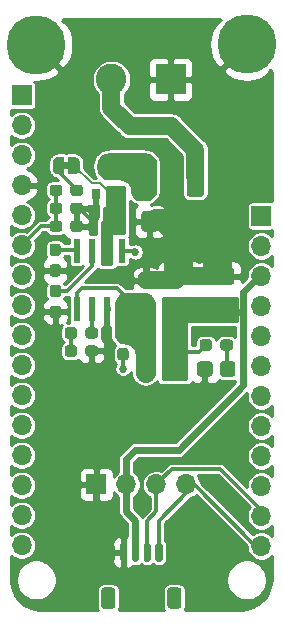
<source format=gbr>
%TF.GenerationSoftware,KiCad,Pcbnew,5.1.6-c6e7f7d~87~ubuntu18.04.1*%
%TF.CreationDate,2020-10-24T12:34:53-07:00*%
%TF.ProjectId,feather-power-supply-sw-smd,66656174-6865-4722-9d70-6f7765722d73,rev?*%
%TF.SameCoordinates,Original*%
%TF.FileFunction,Copper,L1,Top*%
%TF.FilePolarity,Positive*%
%FSLAX46Y46*%
G04 Gerber Fmt 4.6, Leading zero omitted, Abs format (unit mm)*
G04 Created by KiCad (PCBNEW 5.1.6-c6e7f7d~87~ubuntu18.04.1) date 2020-10-24 12:34:53*
%MOMM*%
%LPD*%
G01*
G04 APERTURE LIST*
%TA.AperFunction,EtchedComponent*%
%ADD10C,0.100000*%
%TD*%
%TA.AperFunction,SMDPad,CuDef*%
%ADD11R,0.800000X0.900000*%
%TD*%
%TA.AperFunction,SMDPad,CuDef*%
%ADD12R,1.000000X4.400000*%
%TD*%
%TA.AperFunction,ComponentPad*%
%ADD13O,1.700000X1.700000*%
%TD*%
%TA.AperFunction,ComponentPad*%
%ADD14R,1.700000X1.700000*%
%TD*%
%TA.AperFunction,ComponentPad*%
%ADD15R,2.600000X2.600000*%
%TD*%
%TA.AperFunction,ComponentPad*%
%ADD16C,2.600000*%
%TD*%
%TA.AperFunction,ComponentPad*%
%ADD17C,5.000000*%
%TD*%
%TA.AperFunction,SMDPad,CuDef*%
%ADD18C,0.100000*%
%TD*%
%TA.AperFunction,SMDPad,CuDef*%
%ADD19R,1.100000X1.100000*%
%TD*%
%TA.AperFunction,SMDPad,CuDef*%
%ADD20R,0.600000X2.000000*%
%TD*%
%TA.AperFunction,ViaPad*%
%ADD21C,0.685800*%
%TD*%
%TA.AperFunction,Conductor*%
%ADD22C,0.304800*%
%TD*%
%TA.AperFunction,Conductor*%
%ADD23C,1.219200*%
%TD*%
%TA.AperFunction,Conductor*%
%ADD24C,0.609600*%
%TD*%
%TA.AperFunction,Conductor*%
%ADD25C,1.524000*%
%TD*%
%TA.AperFunction,Conductor*%
%ADD26C,0.152400*%
%TD*%
%TA.AperFunction,Conductor*%
%ADD27C,0.254000*%
%TD*%
G04 APERTURE END LIST*
D10*
%TO.C,JP1*%
G36*
X133100000Y-72232800D02*
G01*
X133600000Y-72232800D01*
X133600000Y-71632800D01*
X133100000Y-71632800D01*
X133100000Y-72232800D01*
G37*
%TD*%
%TO.P,J4,MP*%
%TO.N,N/C*%
%TA.AperFunction,SMDPad,CuDef*%
G36*
G01*
X141900000Y-109205001D02*
X141900000Y-107904999D01*
G75*
G02*
X142149999Y-107655000I249999J0D01*
G01*
X142850001Y-107655000D01*
G75*
G02*
X143100000Y-107904999I0J-249999D01*
G01*
X143100000Y-109205001D01*
G75*
G02*
X142850001Y-109455000I-249999J0D01*
G01*
X142149999Y-109455000D01*
G75*
G02*
X141900000Y-109205001I0J249999D01*
G01*
G37*
%TD.AperFunction*%
%TA.AperFunction,SMDPad,CuDef*%
G36*
G01*
X136300000Y-109205001D02*
X136300000Y-107904999D01*
G75*
G02*
X136549999Y-107655000I249999J0D01*
G01*
X137250001Y-107655000D01*
G75*
G02*
X137500000Y-107904999I0J-249999D01*
G01*
X137500000Y-109205001D01*
G75*
G02*
X137250001Y-109455000I-249999J0D01*
G01*
X136549999Y-109455000D01*
G75*
G02*
X136300000Y-109205001I0J249999D01*
G01*
G37*
%TD.AperFunction*%
%TO.P,J4,4*%
%TO.N,SDA*%
%TA.AperFunction,SMDPad,CuDef*%
G36*
G01*
X140900000Y-105305000D02*
X140900000Y-104055000D01*
G75*
G02*
X141050000Y-103905000I150000J0D01*
G01*
X141350000Y-103905000D01*
G75*
G02*
X141500000Y-104055000I0J-150000D01*
G01*
X141500000Y-105305000D01*
G75*
G02*
X141350000Y-105455000I-150000J0D01*
G01*
X141050000Y-105455000D01*
G75*
G02*
X140900000Y-105305000I0J150000D01*
G01*
G37*
%TD.AperFunction*%
%TO.P,J4,3*%
%TO.N,SCL*%
%TA.AperFunction,SMDPad,CuDef*%
G36*
G01*
X139900000Y-105305000D02*
X139900000Y-104055000D01*
G75*
G02*
X140050000Y-103905000I150000J0D01*
G01*
X140350000Y-103905000D01*
G75*
G02*
X140500000Y-104055000I0J-150000D01*
G01*
X140500000Y-105305000D01*
G75*
G02*
X140350000Y-105455000I-150000J0D01*
G01*
X140050000Y-105455000D01*
G75*
G02*
X139900000Y-105305000I0J150000D01*
G01*
G37*
%TD.AperFunction*%
%TO.P,J4,2*%
%TO.N,+5V*%
%TA.AperFunction,SMDPad,CuDef*%
G36*
G01*
X138900000Y-105305000D02*
X138900000Y-104055000D01*
G75*
G02*
X139050000Y-103905000I150000J0D01*
G01*
X139350000Y-103905000D01*
G75*
G02*
X139500000Y-104055000I0J-150000D01*
G01*
X139500000Y-105305000D01*
G75*
G02*
X139350000Y-105455000I-150000J0D01*
G01*
X139050000Y-105455000D01*
G75*
G02*
X138900000Y-105305000I0J150000D01*
G01*
G37*
%TD.AperFunction*%
%TO.P,J4,1*%
%TO.N,GND*%
%TA.AperFunction,SMDPad,CuDef*%
G36*
G01*
X137900000Y-105305000D02*
X137900000Y-104055000D01*
G75*
G02*
X138050000Y-103905000I150000J0D01*
G01*
X138350000Y-103905000D01*
G75*
G02*
X138500000Y-104055000I0J-150000D01*
G01*
X138500000Y-105305000D01*
G75*
G02*
X138350000Y-105455000I-150000J0D01*
G01*
X138050000Y-105455000D01*
G75*
G02*
X137900000Y-105305000I0J150000D01*
G01*
G37*
%TD.AperFunction*%
%TD*%
D11*
%TO.P,Q1,3*%
%TO.N,Net-(F1-Pad2)*%
X136804400Y-72304400D03*
%TO.P,Q1,2*%
%TO.N,VIN_SW*%
X137754400Y-74304400D03*
%TO.P,Q1,1*%
%TO.N,GND*%
X135854400Y-74304400D03*
%TD*%
D12*
%TO.P,L1,2*%
%TO.N,+5V*%
X142827600Y-87680800D03*
%TO.P,L1,1*%
%TO.N,Net-(C1-Pad2)*%
X140077600Y-87680800D03*
%TD*%
%TO.P,R5,2*%
%TO.N,Net-(D2-Pad2)*%
%TA.AperFunction,SMDPad,CuDef*%
G36*
G01*
X146400000Y-87359500D02*
X146400000Y-86884500D01*
G75*
G02*
X146637500Y-86647000I237500J0D01*
G01*
X147212500Y-86647000D01*
G75*
G02*
X147450000Y-86884500I0J-237500D01*
G01*
X147450000Y-87359500D01*
G75*
G02*
X147212500Y-87597000I-237500J0D01*
G01*
X146637500Y-87597000D01*
G75*
G02*
X146400000Y-87359500I0J237500D01*
G01*
G37*
%TD.AperFunction*%
%TO.P,R5,1*%
%TO.N,+5V*%
%TA.AperFunction,SMDPad,CuDef*%
G36*
G01*
X144650000Y-87359500D02*
X144650000Y-86884500D01*
G75*
G02*
X144887500Y-86647000I237500J0D01*
G01*
X145462500Y-86647000D01*
G75*
G02*
X145700000Y-86884500I0J-237500D01*
G01*
X145700000Y-87359500D01*
G75*
G02*
X145462500Y-87597000I-237500J0D01*
G01*
X144887500Y-87597000D01*
G75*
G02*
X144650000Y-87359500I0J237500D01*
G01*
G37*
%TD.AperFunction*%
%TD*%
%TO.P,D2,2*%
%TO.N,Net-(D2-Pad2)*%
%TA.AperFunction,SMDPad,CuDef*%
G36*
G01*
X146350000Y-89554000D02*
X146350000Y-88754000D01*
G75*
G02*
X146600000Y-88504000I250000J0D01*
G01*
X147425000Y-88504000D01*
G75*
G02*
X147675000Y-88754000I0J-250000D01*
G01*
X147675000Y-89554000D01*
G75*
G02*
X147425000Y-89804000I-250000J0D01*
G01*
X146600000Y-89804000D01*
G75*
G02*
X146350000Y-89554000I0J250000D01*
G01*
G37*
%TD.AperFunction*%
%TO.P,D2,1*%
%TO.N,GND*%
%TA.AperFunction,SMDPad,CuDef*%
G36*
G01*
X144425000Y-89554000D02*
X144425000Y-88754000D01*
G75*
G02*
X144675000Y-88504000I250000J0D01*
G01*
X145500000Y-88504000D01*
G75*
G02*
X145750000Y-88754000I0J-250000D01*
G01*
X145750000Y-89554000D01*
G75*
G02*
X145500000Y-89804000I-250000J0D01*
G01*
X144675000Y-89804000D01*
G75*
G02*
X144425000Y-89554000I0J250000D01*
G01*
G37*
%TD.AperFunction*%
%TD*%
D13*
%TO.P,J5,4*%
%TO.N,SDA*%
X143510000Y-98933000D03*
%TO.P,J5,3*%
%TO.N,SCL*%
X140970000Y-98933000D03*
%TO.P,J5,2*%
%TO.N,+5V*%
X138430000Y-98933000D03*
D14*
%TO.P,J5,1*%
%TO.N,GND*%
X135890000Y-98933000D03*
%TD*%
D15*
%TO.P,J1,1*%
%TO.N,GND*%
X142176500Y-64643000D03*
D16*
%TO.P,J1,2*%
%TO.N,VCC*%
X137176500Y-64643000D03*
%TD*%
%TO.P,F1,2*%
%TO.N,Net-(F1-Pad2)*%
%TA.AperFunction,SMDPad,CuDef*%
G36*
G01*
X140688000Y-71523400D02*
X140688000Y-74323400D01*
G75*
G02*
X140438000Y-74573400I-250000J0D01*
G01*
X139463000Y-74573400D01*
G75*
G02*
X139213000Y-74323400I0J250000D01*
G01*
X139213000Y-71523400D01*
G75*
G02*
X139463000Y-71273400I250000J0D01*
G01*
X140438000Y-71273400D01*
G75*
G02*
X140688000Y-71523400I0J-250000D01*
G01*
G37*
%TD.AperFunction*%
%TO.P,F1,1*%
%TO.N,VCC*%
%TA.AperFunction,SMDPad,CuDef*%
G36*
G01*
X145013000Y-71523400D02*
X145013000Y-74323400D01*
G75*
G02*
X144763000Y-74573400I-250000J0D01*
G01*
X143788000Y-74573400D01*
G75*
G02*
X143538000Y-74323400I0J250000D01*
G01*
X143538000Y-71523400D01*
G75*
G02*
X143788000Y-71273400I250000J0D01*
G01*
X144763000Y-71273400D01*
G75*
G02*
X145013000Y-71523400I0J-250000D01*
G01*
G37*
%TD.AperFunction*%
%TD*%
D17*
%TO.P,H2,1*%
%TO.N,GND*%
X148615400Y-61671200D03*
%TD*%
%TO.P,H1,1*%
%TO.N,GND*%
X130810000Y-61696600D03*
%TD*%
%TO.P,C5,2*%
%TO.N,GND*%
%TA.AperFunction,SMDPad,CuDef*%
G36*
G01*
X144026200Y-82029000D02*
X141876200Y-82029000D01*
G75*
G02*
X141626200Y-81779000I0J250000D01*
G01*
X141626200Y-80854000D01*
G75*
G02*
X141876200Y-80604000I250000J0D01*
G01*
X144026200Y-80604000D01*
G75*
G02*
X144276200Y-80854000I0J-250000D01*
G01*
X144276200Y-81779000D01*
G75*
G02*
X144026200Y-82029000I-250000J0D01*
G01*
G37*
%TD.AperFunction*%
%TO.P,C5,1*%
%TO.N,+5V*%
%TA.AperFunction,SMDPad,CuDef*%
G36*
G01*
X144026200Y-85004000D02*
X141876200Y-85004000D01*
G75*
G02*
X141626200Y-84754000I0J250000D01*
G01*
X141626200Y-83829000D01*
G75*
G02*
X141876200Y-83579000I250000J0D01*
G01*
X144026200Y-83579000D01*
G75*
G02*
X144276200Y-83829000I0J-250000D01*
G01*
X144276200Y-84754000D01*
G75*
G02*
X144026200Y-85004000I-250000J0D01*
G01*
G37*
%TD.AperFunction*%
%TD*%
%TO.P,C9,2*%
%TO.N,GND*%
%TA.AperFunction,SMDPad,CuDef*%
G36*
G01*
X133700000Y-77301100D02*
X133700000Y-76826100D01*
G75*
G02*
X133937500Y-76588600I237500J0D01*
G01*
X134512500Y-76588600D01*
G75*
G02*
X134750000Y-76826100I0J-237500D01*
G01*
X134750000Y-77301100D01*
G75*
G02*
X134512500Y-77538600I-237500J0D01*
G01*
X133937500Y-77538600D01*
G75*
G02*
X133700000Y-77301100I0J237500D01*
G01*
G37*
%TD.AperFunction*%
%TO.P,C9,1*%
%TO.N,A1*%
%TA.AperFunction,SMDPad,CuDef*%
G36*
G01*
X131950000Y-77301100D02*
X131950000Y-76826100D01*
G75*
G02*
X132187500Y-76588600I237500J0D01*
G01*
X132762500Y-76588600D01*
G75*
G02*
X133000000Y-76826100I0J-237500D01*
G01*
X133000000Y-77301100D01*
G75*
G02*
X132762500Y-77538600I-237500J0D01*
G01*
X132187500Y-77538600D01*
G75*
G02*
X131950000Y-77301100I0J237500D01*
G01*
G37*
%TD.AperFunction*%
%TD*%
%TO.P,C6,2*%
%TO.N,GND*%
%TA.AperFunction,SMDPad,CuDef*%
G36*
G01*
X147328200Y-82029000D02*
X145178200Y-82029000D01*
G75*
G02*
X144928200Y-81779000I0J250000D01*
G01*
X144928200Y-80854000D01*
G75*
G02*
X145178200Y-80604000I250000J0D01*
G01*
X147328200Y-80604000D01*
G75*
G02*
X147578200Y-80854000I0J-250000D01*
G01*
X147578200Y-81779000D01*
G75*
G02*
X147328200Y-82029000I-250000J0D01*
G01*
G37*
%TD.AperFunction*%
%TO.P,C6,1*%
%TO.N,+5V*%
%TA.AperFunction,SMDPad,CuDef*%
G36*
G01*
X147328200Y-85004000D02*
X145178200Y-85004000D01*
G75*
G02*
X144928200Y-84754000I0J250000D01*
G01*
X144928200Y-83829000D01*
G75*
G02*
X145178200Y-83579000I250000J0D01*
G01*
X147328200Y-83579000D01*
G75*
G02*
X147578200Y-83829000I0J-250000D01*
G01*
X147578200Y-84754000D01*
G75*
G02*
X147328200Y-85004000I-250000J0D01*
G01*
G37*
%TD.AperFunction*%
%TD*%
%TA.AperFunction,SMDPad,CuDef*%
D18*
%TO.P,JP1,1*%
%TO.N,VIN_SW*%
G36*
X133500000Y-71182800D02*
G01*
X134000000Y-71182800D01*
X134000000Y-71183402D01*
X134024534Y-71183402D01*
X134073365Y-71188212D01*
X134121490Y-71197784D01*
X134168445Y-71212028D01*
X134213778Y-71230805D01*
X134257051Y-71253936D01*
X134297850Y-71281196D01*
X134335779Y-71312324D01*
X134370476Y-71347021D01*
X134401604Y-71384950D01*
X134428864Y-71425749D01*
X134451995Y-71469022D01*
X134470772Y-71514355D01*
X134485016Y-71561310D01*
X134494588Y-71609435D01*
X134499398Y-71658266D01*
X134499398Y-71682800D01*
X134500000Y-71682800D01*
X134500000Y-72182800D01*
X134499398Y-72182800D01*
X134499398Y-72207334D01*
X134494588Y-72256165D01*
X134485016Y-72304290D01*
X134470772Y-72351245D01*
X134451995Y-72396578D01*
X134428864Y-72439851D01*
X134401604Y-72480650D01*
X134370476Y-72518579D01*
X134335779Y-72553276D01*
X134297850Y-72584404D01*
X134257051Y-72611664D01*
X134213778Y-72634795D01*
X134168445Y-72653572D01*
X134121490Y-72667816D01*
X134073365Y-72677388D01*
X134024534Y-72682198D01*
X134000000Y-72682198D01*
X134000000Y-72682800D01*
X133500000Y-72682800D01*
X133500000Y-71182800D01*
G37*
%TD.AperFunction*%
%TA.AperFunction,SMDPad,CuDef*%
%TO.P,JP1,2*%
%TO.N,Net-(JP1-Pad2)*%
G36*
X132700000Y-72682198D02*
G01*
X132675466Y-72682198D01*
X132626635Y-72677388D01*
X132578510Y-72667816D01*
X132531555Y-72653572D01*
X132486222Y-72634795D01*
X132442949Y-72611664D01*
X132402150Y-72584404D01*
X132364221Y-72553276D01*
X132329524Y-72518579D01*
X132298396Y-72480650D01*
X132271136Y-72439851D01*
X132248005Y-72396578D01*
X132229228Y-72351245D01*
X132214984Y-72304290D01*
X132205412Y-72256165D01*
X132200602Y-72207334D01*
X132200602Y-72182800D01*
X132200000Y-72182800D01*
X132200000Y-71682800D01*
X132200602Y-71682800D01*
X132200602Y-71658266D01*
X132205412Y-71609435D01*
X132214984Y-71561310D01*
X132229228Y-71514355D01*
X132248005Y-71469022D01*
X132271136Y-71425749D01*
X132298396Y-71384950D01*
X132329524Y-71347021D01*
X132364221Y-71312324D01*
X132402150Y-71281196D01*
X132442949Y-71253936D01*
X132486222Y-71230805D01*
X132531555Y-71212028D01*
X132578510Y-71197784D01*
X132626635Y-71188212D01*
X132675466Y-71183402D01*
X132700000Y-71183402D01*
X132700000Y-71182800D01*
X133200000Y-71182800D01*
X133200000Y-72682800D01*
X132700000Y-72682800D01*
X132700000Y-72682198D01*
G37*
%TD.AperFunction*%
%TD*%
%TO.P,R4,2*%
%TO.N,GND*%
%TA.AperFunction,SMDPad,CuDef*%
G36*
G01*
X133700000Y-75777100D02*
X133700000Y-75302100D01*
G75*
G02*
X133937500Y-75064600I237500J0D01*
G01*
X134512500Y-75064600D01*
G75*
G02*
X134750000Y-75302100I0J-237500D01*
G01*
X134750000Y-75777100D01*
G75*
G02*
X134512500Y-76014600I-237500J0D01*
G01*
X133937500Y-76014600D01*
G75*
G02*
X133700000Y-75777100I0J237500D01*
G01*
G37*
%TD.AperFunction*%
%TO.P,R4,1*%
%TO.N,A1*%
%TA.AperFunction,SMDPad,CuDef*%
G36*
G01*
X131950000Y-75777100D02*
X131950000Y-75302100D01*
G75*
G02*
X132187500Y-75064600I237500J0D01*
G01*
X132762500Y-75064600D01*
G75*
G02*
X133000000Y-75302100I0J-237500D01*
G01*
X133000000Y-75777100D01*
G75*
G02*
X132762500Y-76014600I-237500J0D01*
G01*
X132187500Y-76014600D01*
G75*
G02*
X131950000Y-75777100I0J237500D01*
G01*
G37*
%TD.AperFunction*%
%TD*%
%TO.P,C2,2*%
%TO.N,GND*%
%TA.AperFunction,SMDPad,CuDef*%
G36*
G01*
X139713000Y-77282200D02*
X139713000Y-76032200D01*
G75*
G02*
X139963000Y-75782200I250000J0D01*
G01*
X140888000Y-75782200D01*
G75*
G02*
X141138000Y-76032200I0J-250000D01*
G01*
X141138000Y-77282200D01*
G75*
G02*
X140888000Y-77532200I-250000J0D01*
G01*
X139963000Y-77532200D01*
G75*
G02*
X139713000Y-77282200I0J250000D01*
G01*
G37*
%TD.AperFunction*%
%TO.P,C2,1*%
%TO.N,VIN_SW*%
%TA.AperFunction,SMDPad,CuDef*%
G36*
G01*
X136738000Y-77282826D02*
X136738000Y-76031574D01*
G75*
G02*
X136987374Y-75782200I249374J0D01*
G01*
X137913626Y-75782200D01*
G75*
G02*
X138163000Y-76031574I0J-249374D01*
G01*
X138163000Y-77282826D01*
G75*
G02*
X137913626Y-77532200I-249374J0D01*
G01*
X136987374Y-77532200D01*
G75*
G02*
X136738000Y-77282826I0J249374D01*
G01*
G37*
%TD.AperFunction*%
%TD*%
%TO.P,R2,2*%
%TO.N,GND*%
%TA.AperFunction,SMDPad,CuDef*%
G36*
G01*
X132198100Y-83789000D02*
X132673100Y-83789000D01*
G75*
G02*
X132910600Y-84026500I0J-237500D01*
G01*
X132910600Y-84601500D01*
G75*
G02*
X132673100Y-84839000I-237500J0D01*
G01*
X132198100Y-84839000D01*
G75*
G02*
X131960600Y-84601500I0J237500D01*
G01*
X131960600Y-84026500D01*
G75*
G02*
X132198100Y-83789000I237500J0D01*
G01*
G37*
%TD.AperFunction*%
%TO.P,R2,1*%
%TO.N,/ROSC*%
%TA.AperFunction,SMDPad,CuDef*%
G36*
G01*
X132198100Y-82039000D02*
X132673100Y-82039000D01*
G75*
G02*
X132910600Y-82276500I0J-237500D01*
G01*
X132910600Y-82851500D01*
G75*
G02*
X132673100Y-83089000I-237500J0D01*
G01*
X132198100Y-83089000D01*
G75*
G02*
X131960600Y-82851500I0J237500D01*
G01*
X131960600Y-82276500D01*
G75*
G02*
X132198100Y-82039000I237500J0D01*
G01*
G37*
%TD.AperFunction*%
%TD*%
D19*
%TO.P,D1,2*%
%TO.N,GND*%
X140106400Y-81658000D03*
%TO.P,D1,1*%
%TO.N,Net-(C1-Pad2)*%
X140106400Y-84458000D03*
%TD*%
D20*
%TO.P,U1,3*%
%TO.N,/ROSC*%
X135509000Y-79134800D03*
%TO.P,U1,8*%
%TO.N,Net-(C1-Pad2)*%
X138049000Y-84034800D03*
%TO.P,U1,7*%
%TO.N,GND*%
X136779000Y-84034800D03*
%TO.P,U1,6*%
%TO.N,Net-(R1-Pad1)*%
X135509000Y-84034800D03*
%TO.P,U1,5*%
%TO.N,Net-(C1-Pad2)*%
X134239000Y-84034800D03*
%TO.P,U1,4*%
%TO.N,Net-(C8-Pad1)*%
X134239000Y-79134800D03*
%TO.P,U1,2*%
%TO.N,VIN_SW*%
X136779000Y-79134800D03*
%TO.P,U1,1*%
%TO.N,Net-(C1-Pad1)*%
X138049000Y-79134800D03*
%TD*%
%TO.P,R1,2*%
%TO.N,Net-(C7-Pad1)*%
%TA.AperFunction,SMDPad,CuDef*%
G36*
G01*
X134270000Y-85868500D02*
X134270000Y-86343500D01*
G75*
G02*
X134032500Y-86581000I-237500J0D01*
G01*
X133457500Y-86581000D01*
G75*
G02*
X133220000Y-86343500I0J237500D01*
G01*
X133220000Y-85868500D01*
G75*
G02*
X133457500Y-85631000I237500J0D01*
G01*
X134032500Y-85631000D01*
G75*
G02*
X134270000Y-85868500I0J-237500D01*
G01*
G37*
%TD.AperFunction*%
%TO.P,R1,1*%
%TO.N,Net-(R1-Pad1)*%
%TA.AperFunction,SMDPad,CuDef*%
G36*
G01*
X136020000Y-85868500D02*
X136020000Y-86343500D01*
G75*
G02*
X135782500Y-86581000I-237500J0D01*
G01*
X135207500Y-86581000D01*
G75*
G02*
X134970000Y-86343500I0J237500D01*
G01*
X134970000Y-85868500D01*
G75*
G02*
X135207500Y-85631000I237500J0D01*
G01*
X135782500Y-85631000D01*
G75*
G02*
X136020000Y-85868500I0J-237500D01*
G01*
G37*
%TD.AperFunction*%
%TD*%
%TO.P,C8,2*%
%TO.N,GND*%
%TA.AperFunction,SMDPad,CuDef*%
G36*
G01*
X132172700Y-80283800D02*
X132647700Y-80283800D01*
G75*
G02*
X132885200Y-80521300I0J-237500D01*
G01*
X132885200Y-81096300D01*
G75*
G02*
X132647700Y-81333800I-237500J0D01*
G01*
X132172700Y-81333800D01*
G75*
G02*
X131935200Y-81096300I0J237500D01*
G01*
X131935200Y-80521300D01*
G75*
G02*
X132172700Y-80283800I237500J0D01*
G01*
G37*
%TD.AperFunction*%
%TO.P,C8,1*%
%TO.N,Net-(C8-Pad1)*%
%TA.AperFunction,SMDPad,CuDef*%
G36*
G01*
X132172700Y-78533800D02*
X132647700Y-78533800D01*
G75*
G02*
X132885200Y-78771300I0J-237500D01*
G01*
X132885200Y-79346300D01*
G75*
G02*
X132647700Y-79583800I-237500J0D01*
G01*
X132172700Y-79583800D01*
G75*
G02*
X131935200Y-79346300I0J237500D01*
G01*
X131935200Y-78771300D01*
G75*
G02*
X132172700Y-78533800I237500J0D01*
G01*
G37*
%TD.AperFunction*%
%TD*%
%TO.P,C7,2*%
%TO.N,GND*%
%TA.AperFunction,SMDPad,CuDef*%
G36*
G01*
X134970000Y-87867500D02*
X134970000Y-87392500D01*
G75*
G02*
X135207500Y-87155000I237500J0D01*
G01*
X135782500Y-87155000D01*
G75*
G02*
X136020000Y-87392500I0J-237500D01*
G01*
X136020000Y-87867500D01*
G75*
G02*
X135782500Y-88105000I-237500J0D01*
G01*
X135207500Y-88105000D01*
G75*
G02*
X134970000Y-87867500I0J237500D01*
G01*
G37*
%TD.AperFunction*%
%TO.P,C7,1*%
%TO.N,Net-(C7-Pad1)*%
%TA.AperFunction,SMDPad,CuDef*%
G36*
G01*
X133220000Y-87867500D02*
X133220000Y-87392500D01*
G75*
G02*
X133457500Y-87155000I237500J0D01*
G01*
X134032500Y-87155000D01*
G75*
G02*
X134270000Y-87392500I0J-237500D01*
G01*
X134270000Y-87867500D01*
G75*
G02*
X134032500Y-88105000I-237500J0D01*
G01*
X133457500Y-88105000D01*
G75*
G02*
X133220000Y-87867500I0J237500D01*
G01*
G37*
%TD.AperFunction*%
%TD*%
%TO.P,C1,2*%
%TO.N,Net-(C1-Pad2)*%
%TA.AperFunction,SMDPad,CuDef*%
G36*
G01*
X138388100Y-86670400D02*
X137913100Y-86670400D01*
G75*
G02*
X137675600Y-86432900I0J237500D01*
G01*
X137675600Y-85857900D01*
G75*
G02*
X137913100Y-85620400I237500J0D01*
G01*
X138388100Y-85620400D01*
G75*
G02*
X138625600Y-85857900I0J-237500D01*
G01*
X138625600Y-86432900D01*
G75*
G02*
X138388100Y-86670400I-237500J0D01*
G01*
G37*
%TD.AperFunction*%
%TO.P,C1,1*%
%TO.N,Net-(C1-Pad1)*%
%TA.AperFunction,SMDPad,CuDef*%
G36*
G01*
X138388100Y-88420400D02*
X137913100Y-88420400D01*
G75*
G02*
X137675600Y-88182900I0J237500D01*
G01*
X137675600Y-87607900D01*
G75*
G02*
X137913100Y-87370400I237500J0D01*
G01*
X138388100Y-87370400D01*
G75*
G02*
X138625600Y-87607900I0J-237500D01*
G01*
X138625600Y-88182900D01*
G75*
G02*
X138388100Y-88420400I-237500J0D01*
G01*
G37*
%TD.AperFunction*%
%TD*%
D13*
%TO.P,J3,16*%
%TO.N,Net-(J3-Pad16)*%
X129565400Y-104089200D03*
%TO.P,J3,15*%
%TO.N,Net-(J3-Pad15)*%
X129565400Y-101549200D03*
%TO.P,J3,14*%
%TO.N,Net-(J3-Pad14)*%
X129565400Y-99009200D03*
%TO.P,J3,13*%
%TO.N,Net-(J3-Pad13)*%
X129565400Y-96469200D03*
%TO.P,J3,12*%
%TO.N,Net-(J3-Pad12)*%
X129565400Y-93929200D03*
%TO.P,J3,11*%
%TO.N,Net-(J3-Pad11)*%
X129565400Y-91389200D03*
%TO.P,J3,10*%
%TO.N,Net-(J3-Pad10)*%
X129565400Y-88849200D03*
%TO.P,J3,9*%
%TO.N,Net-(J3-Pad9)*%
X129565400Y-86309200D03*
%TO.P,J3,8*%
%TO.N,Net-(J3-Pad8)*%
X129565400Y-83769200D03*
%TO.P,J3,7*%
%TO.N,Net-(J3-Pad7)*%
X129565400Y-81229200D03*
%TO.P,J3,6*%
%TO.N,A1*%
X129565400Y-78689200D03*
%TO.P,J3,5*%
%TO.N,Net-(J3-Pad5)*%
X129565400Y-76149200D03*
%TO.P,J3,4*%
%TO.N,GND*%
X129565400Y-73609200D03*
%TO.P,J3,3*%
%TO.N,Net-(J3-Pad3)*%
X129565400Y-71069200D03*
%TO.P,J3,2*%
%TO.N,Net-(J3-Pad2)*%
X129565400Y-68529200D03*
D14*
%TO.P,J3,1*%
%TO.N,Net-(J3-Pad1)*%
X129565400Y-65989200D03*
%TD*%
%TO.P,R3,2*%
%TO.N,Net-(JP1-Pad2)*%
%TA.AperFunction,SMDPad,CuDef*%
G36*
G01*
X133700000Y-74253100D02*
X133700000Y-73778100D01*
G75*
G02*
X133937500Y-73540600I237500J0D01*
G01*
X134512500Y-73540600D01*
G75*
G02*
X134750000Y-73778100I0J-237500D01*
G01*
X134750000Y-74253100D01*
G75*
G02*
X134512500Y-74490600I-237500J0D01*
G01*
X133937500Y-74490600D01*
G75*
G02*
X133700000Y-74253100I0J237500D01*
G01*
G37*
%TD.AperFunction*%
%TO.P,R3,1*%
%TO.N,A1*%
%TA.AperFunction,SMDPad,CuDef*%
G36*
G01*
X131950000Y-74253100D02*
X131950000Y-73778100D01*
G75*
G02*
X132187500Y-73540600I237500J0D01*
G01*
X132762500Y-73540600D01*
G75*
G02*
X133000000Y-73778100I0J-237500D01*
G01*
X133000000Y-74253100D01*
G75*
G02*
X132762500Y-74490600I-237500J0D01*
G01*
X132187500Y-74490600D01*
G75*
G02*
X131950000Y-74253100I0J237500D01*
G01*
G37*
%TD.AperFunction*%
%TD*%
%TO.P,J2,1*%
%TO.N,Net-(J2-Pad1)*%
X149860000Y-76200000D03*
D13*
%TO.P,J2,2*%
%TO.N,+3V3*%
X149860000Y-78740000D03*
%TO.P,J2,3*%
%TO.N,+5V*%
X149860000Y-81280000D03*
%TO.P,J2,4*%
%TO.N,Net-(J2-Pad4)*%
X149860000Y-83820000D03*
%TO.P,J2,5*%
%TO.N,Net-(J2-Pad5)*%
X149860000Y-86360000D03*
%TO.P,J2,6*%
%TO.N,Net-(J2-Pad6)*%
X149860000Y-88900000D03*
%TO.P,J2,7*%
%TO.N,Net-(J2-Pad7)*%
X149860000Y-91440000D03*
%TO.P,J2,8*%
%TO.N,Net-(J2-Pad8)*%
X149860000Y-93980000D03*
%TO.P,J2,9*%
%TO.N,Net-(J2-Pad9)*%
X149860000Y-96520000D03*
%TO.P,J2,10*%
%TO.N,Net-(J2-Pad10)*%
X149860000Y-99060000D03*
%TO.P,J2,11*%
%TO.N,SCL*%
X149860000Y-101600000D03*
%TO.P,J2,12*%
%TO.N,SDA*%
X149860000Y-104140000D03*
%TD*%
D21*
%TO.N,GND*%
X134620000Y-59994800D03*
X135921750Y-59994800D03*
X138525250Y-59994800D03*
X137223500Y-59994800D03*
X142430500Y-59994800D03*
X143732250Y-59994800D03*
X141128750Y-59994800D03*
X145034000Y-59994800D03*
X139827000Y-59994800D03*
X136906000Y-87630000D03*
X133858000Y-80772000D03*
X136652000Y-81280000D03*
X139192000Y-78232000D03*
X143510000Y-77724000D03*
X143510000Y-76200000D03*
X145542000Y-79502000D03*
X135636000Y-76708000D03*
X135636000Y-77470000D03*
X142240000Y-77724000D03*
X142240000Y-76200000D03*
X146812000Y-79502000D03*
X149860000Y-65532000D03*
X134112000Y-102616000D03*
X134112000Y-89408000D03*
X132588000Y-98044000D03*
X135636000Y-89408000D03*
X142240000Y-79502000D03*
X143510000Y-79502000D03*
X140078525Y-80306009D03*
X140970000Y-79502000D03*
X145288000Y-95504000D03*
X130873500Y-72390000D03*
X130810000Y-74930000D03*
X135890029Y-100837971D03*
X132588000Y-99568000D03*
X132588000Y-89408000D03*
X135636000Y-90932000D03*
X134112000Y-90932000D03*
X132588000Y-90932000D03*
X137160000Y-90932000D03*
X138684000Y-90932000D03*
X140208000Y-90932000D03*
X141732000Y-90932000D03*
X143256000Y-90932000D03*
X137160000Y-89408000D03*
X134112000Y-94996000D03*
X132588000Y-94996000D03*
X140208000Y-94996000D03*
X137160000Y-94996000D03*
X135636000Y-94996000D03*
X138684000Y-94996000D03*
X141732000Y-94996000D03*
X143256000Y-92456000D03*
X143256000Y-93980000D03*
X146812000Y-95504000D03*
X132588000Y-96520000D03*
X132588000Y-101092000D03*
X132588000Y-102616000D03*
X135636000Y-102616000D03*
X149860000Y-67564000D03*
X149860000Y-69596000D03*
X149860000Y-71628000D03*
X149860000Y-73660000D03*
X146812000Y-99568000D03*
X146812000Y-77724000D03*
X146812000Y-76200000D03*
X145288000Y-76200000D03*
X145288000Y-77724000D03*
X146812000Y-74676000D03*
X146812000Y-102616000D03*
X143764000Y-102616000D03*
X145288000Y-102616000D03*
X146812000Y-104140000D03*
X145288000Y-104140000D03*
X143764000Y-104140000D03*
X135636000Y-104140000D03*
X132588000Y-104140000D03*
X134112000Y-104140000D03*
X145288000Y-108712000D03*
X146812000Y-108712000D03*
X143764000Y-108712000D03*
X139088090Y-108712000D03*
X140716000Y-108712000D03*
X134112000Y-108712000D03*
X132588000Y-108712000D03*
X135636000Y-108712000D03*
X146050000Y-86106000D03*
X146812000Y-93980000D03*
%TO.N,Net-(C1-Pad1)*%
X138150600Y-89128600D03*
X139191994Y-79248000D03*
%TD*%
D22*
%TO.N,GND*%
X135280400Y-77063600D02*
X135636000Y-76708000D01*
X134225000Y-77063600D02*
X135280400Y-77063600D01*
X136779000Y-87503000D02*
X136906000Y-87630000D01*
X136779000Y-84034800D02*
X136779000Y-87503000D01*
X135495000Y-87630000D02*
X136906000Y-87630000D01*
X133821200Y-80808800D02*
X133858000Y-80772000D01*
X132410200Y-80808800D02*
X133821200Y-80808800D01*
X135636000Y-76708000D02*
X135636000Y-77470000D01*
D23*
X143510000Y-80757700D02*
X142951200Y-81316500D01*
X143510000Y-79502000D02*
X143510000Y-80757700D01*
X142240000Y-80605300D02*
X142951200Y-81316500D01*
X142240000Y-79502000D02*
X142240000Y-80605300D01*
X145542000Y-80605300D02*
X146253200Y-81316500D01*
X145542000Y-79502000D02*
X145542000Y-80605300D01*
X146812000Y-80757700D02*
X146253200Y-81316500D01*
X146812000Y-79502000D02*
X146812000Y-80757700D01*
X140882700Y-76200000D02*
X140425500Y-76657200D01*
X142240000Y-76200000D02*
X140882700Y-76200000D01*
X140425500Y-76657200D02*
X141173200Y-76657200D01*
X141173200Y-76657200D02*
X142240000Y-77724000D01*
D24*
X140106400Y-80333884D02*
X140078525Y-80306009D01*
X140106400Y-81658000D02*
X140106400Y-80333884D01*
D22*
X135854400Y-76489600D02*
X135636000Y-76708000D01*
X135854400Y-74304400D02*
X135854400Y-76489600D01*
X134467600Y-75539600D02*
X135636000Y-76708000D01*
X134225000Y-75539600D02*
X134467600Y-75539600D01*
D23*
X142240000Y-76200000D02*
X142240000Y-77724000D01*
X143510000Y-79502000D02*
X142240000Y-79502000D01*
X142406700Y-80605300D02*
X142240000Y-80605300D01*
X143510000Y-79502000D02*
X142406700Y-80605300D01*
X145542000Y-79502000D02*
X146812000Y-79502000D01*
X146177000Y-80137000D02*
X145542000Y-79502000D01*
X143510000Y-76200000D02*
X142240000Y-76200000D01*
X143510000Y-77724000D02*
X143510000Y-76200000D01*
X143510000Y-77724000D02*
X142240000Y-77724000D01*
X142240000Y-77470000D02*
X143510000Y-76200000D01*
X142240000Y-77724000D02*
X142240000Y-77470000D01*
D24*
X135890000Y-98933000D02*
X135890000Y-100837942D01*
X135890000Y-100837942D02*
X135890029Y-100837971D01*
D22*
X145087500Y-89154000D02*
X145087500Y-90116500D01*
X144272000Y-90932000D02*
X143256000Y-90932000D01*
X145087500Y-90116500D02*
X144272000Y-90932000D01*
D25*
X142951200Y-81316500D02*
X146253200Y-81316500D01*
X142609700Y-81658000D02*
X142951200Y-81316500D01*
X140106400Y-81658000D02*
X142609700Y-81658000D01*
D22*
%TO.N,Net-(C1-Pad2)*%
X134239000Y-82730000D02*
X134673000Y-82296000D01*
X134239000Y-84034800D02*
X134239000Y-82730000D01*
X138049000Y-82730000D02*
X138049000Y-84034800D01*
X137615000Y-82296000D02*
X138049000Y-82730000D01*
X134673000Y-82296000D02*
X137615000Y-82296000D01*
%TO.N,Net-(C1-Pad1)*%
X138150600Y-87895400D02*
X138150600Y-89128600D01*
X138049000Y-79134800D02*
X139078794Y-79134800D01*
X139078794Y-79134800D02*
X139191994Y-79248000D01*
%TO.N,/ROSC*%
X133384600Y-82564000D02*
X132435600Y-82564000D01*
X135509000Y-80439600D02*
X133384600Y-82564000D01*
X135509000Y-79134800D02*
X135509000Y-80439600D01*
%TO.N,Net-(JP1-Pad2)*%
X132700000Y-72490600D02*
X134225000Y-74015600D01*
X132700000Y-71932800D02*
X132700000Y-72490600D01*
%TO.N,Net-(C7-Pad1)*%
X133745000Y-86106000D02*
X133745000Y-87630000D01*
%TO.N,Net-(C8-Pad1)*%
X134163000Y-79058800D02*
X134239000Y-79134800D01*
X132410200Y-79058800D02*
X134163000Y-79058800D01*
%TO.N,Net-(R1-Pad1)*%
X135509000Y-86092000D02*
X135495000Y-86106000D01*
X135509000Y-84034800D02*
X135509000Y-86092000D01*
%TO.N,Net-(D2-Pad2)*%
X146925000Y-89066500D02*
X147012500Y-89154000D01*
X146925000Y-87122000D02*
X146925000Y-89066500D01*
D25*
%TO.N,VCC*%
X137176500Y-64643000D02*
X137176500Y-67039500D01*
X137176500Y-67039500D02*
X138717000Y-68580000D01*
X138717000Y-68580000D02*
X142240000Y-68580000D01*
X144275500Y-70615500D02*
X144275500Y-72923400D01*
X142240000Y-68580000D02*
X144275500Y-70615500D01*
D26*
%TO.N,VIN_SW*%
X137115882Y-74304400D02*
X136242882Y-73431400D01*
X137754400Y-74304400D02*
X137115882Y-74304400D01*
X135498600Y-73431400D02*
X134000000Y-71932800D01*
X136242882Y-73431400D02*
X135498600Y-73431400D01*
D22*
%TO.N,+5V*%
X144616200Y-87680800D02*
X145175000Y-87122000D01*
X142827600Y-87680800D02*
X144616200Y-87680800D01*
D24*
X138430000Y-101219000D02*
X138430000Y-98933000D01*
X139200000Y-104680000D02*
X139200000Y-101989000D01*
X139200000Y-101989000D02*
X138430000Y-101219000D01*
X138430000Y-96774000D02*
X138430000Y-98933000D01*
X149707600Y-81280000D02*
X148336000Y-82651600D01*
X142865574Y-96012000D02*
X139192000Y-96012000D01*
X148336000Y-90541574D02*
X142865574Y-96012000D01*
X149860000Y-81280000D02*
X149707600Y-81280000D01*
X139192000Y-96012000D02*
X138430000Y-96774000D01*
X146253200Y-84291500D02*
X148321700Y-84291500D01*
X148336000Y-82651600D02*
X148336000Y-84277200D01*
X148321700Y-84291500D02*
X148336000Y-84277200D01*
X148336000Y-84277200D02*
X148336000Y-90541574D01*
D22*
%TO.N,A1*%
X132475000Y-74015600D02*
X132475000Y-75539600D01*
X132475000Y-77063600D02*
X132475000Y-75539600D01*
X131191000Y-77063600D02*
X129565400Y-78689200D01*
X132475000Y-77063600D02*
X131191000Y-77063600D01*
%TO.N,SCL*%
X140970000Y-101219000D02*
X140970000Y-98933000D01*
X140200000Y-104680000D02*
X140200000Y-101989000D01*
X140200000Y-101989000D02*
X140970000Y-101219000D01*
X142277201Y-97625799D02*
X140970000Y-98933000D01*
X149860000Y-101600000D02*
X149860000Y-101092000D01*
X146393799Y-97625799D02*
X142277201Y-97625799D01*
X149860000Y-101092000D02*
X146393799Y-97625799D01*
%TO.N,SDA*%
X141200000Y-104680000D02*
X141200000Y-102005000D01*
X143510000Y-99695000D02*
X143510000Y-98933000D01*
X141200000Y-102005000D02*
X143510000Y-99695000D01*
X144145000Y-98933000D02*
X143510000Y-98933000D01*
X149860000Y-104140000D02*
X149352000Y-104140000D01*
X149352000Y-104140000D02*
X144145000Y-98933000D01*
%TD*%
D27*
%TO.N,GND*%
G36*
X131671704Y-77645744D02*
G01*
X131748851Y-77739749D01*
X131842856Y-77816896D01*
X131950105Y-77874222D01*
X132066477Y-77909523D01*
X132187500Y-77921443D01*
X132762500Y-77921443D01*
X132883523Y-77909523D01*
X132999895Y-77874222D01*
X133107144Y-77816896D01*
X133122151Y-77804580D01*
X133169463Y-77893094D01*
X133248815Y-77989785D01*
X133345506Y-78069137D01*
X133455820Y-78128102D01*
X133556157Y-78158539D01*
X133556157Y-78525400D01*
X133216276Y-78525400D01*
X133163496Y-78426656D01*
X133086349Y-78332651D01*
X132992344Y-78255504D01*
X132885095Y-78198178D01*
X132768723Y-78162877D01*
X132647700Y-78150957D01*
X132172700Y-78150957D01*
X132051677Y-78162877D01*
X131935305Y-78198178D01*
X131828056Y-78255504D01*
X131734051Y-78332651D01*
X131656904Y-78426656D01*
X131599578Y-78533905D01*
X131564277Y-78650277D01*
X131552357Y-78771300D01*
X131552357Y-79346300D01*
X131564277Y-79467323D01*
X131599578Y-79583695D01*
X131656904Y-79690944D01*
X131669220Y-79705951D01*
X131580706Y-79753263D01*
X131484015Y-79832615D01*
X131404663Y-79929306D01*
X131345698Y-80039620D01*
X131309388Y-80159318D01*
X131297128Y-80283800D01*
X131300200Y-80523050D01*
X131458950Y-80681800D01*
X132283200Y-80681800D01*
X132283200Y-80661800D01*
X132537200Y-80661800D01*
X132537200Y-80681800D01*
X133361450Y-80681800D01*
X133520200Y-80523050D01*
X133523272Y-80283800D01*
X133511012Y-80159318D01*
X133474702Y-80039620D01*
X133415737Y-79929306D01*
X133336385Y-79832615D01*
X133239694Y-79753263D01*
X133151180Y-79705951D01*
X133163496Y-79690944D01*
X133216276Y-79592200D01*
X133556157Y-79592200D01*
X133556157Y-80134800D01*
X133563513Y-80209489D01*
X133585299Y-80281308D01*
X133620678Y-80347496D01*
X133668289Y-80405511D01*
X133726304Y-80453122D01*
X133792492Y-80488501D01*
X133864311Y-80510287D01*
X133939000Y-80517643D01*
X134539000Y-80517643D01*
X134613689Y-80510287D01*
X134685508Y-80488501D01*
X134729010Y-80465248D01*
X133214500Y-81979758D01*
X133188896Y-81931856D01*
X133165869Y-81903798D01*
X133239694Y-81864337D01*
X133336385Y-81784985D01*
X133415737Y-81688294D01*
X133474702Y-81577980D01*
X133511012Y-81458282D01*
X133523272Y-81333800D01*
X133520200Y-81094550D01*
X133361450Y-80935800D01*
X132537200Y-80935800D01*
X132537200Y-80955800D01*
X132283200Y-80955800D01*
X132283200Y-80935800D01*
X131458950Y-80935800D01*
X131300200Y-81094550D01*
X131297128Y-81333800D01*
X131309388Y-81458282D01*
X131345698Y-81577980D01*
X131404663Y-81688294D01*
X131484015Y-81784985D01*
X131580706Y-81864337D01*
X131689841Y-81922672D01*
X131682304Y-81931856D01*
X131624978Y-82039105D01*
X131589677Y-82155477D01*
X131577757Y-82276500D01*
X131577757Y-82851500D01*
X131589677Y-82972523D01*
X131624978Y-83088895D01*
X131682304Y-83196144D01*
X131694620Y-83211151D01*
X131606106Y-83258463D01*
X131509415Y-83337815D01*
X131430063Y-83434506D01*
X131371098Y-83544820D01*
X131334788Y-83664518D01*
X131322528Y-83789000D01*
X131325600Y-84028250D01*
X131484350Y-84187000D01*
X132308600Y-84187000D01*
X132308600Y-84167000D01*
X132562600Y-84167000D01*
X132562600Y-84187000D01*
X133386850Y-84187000D01*
X133545600Y-84028250D01*
X133548672Y-83789000D01*
X133536412Y-83664518D01*
X133500102Y-83544820D01*
X133441137Y-83434506D01*
X133361785Y-83337815D01*
X133265094Y-83258463D01*
X133176580Y-83211151D01*
X133188896Y-83196144D01*
X133241676Y-83097400D01*
X133358413Y-83097400D01*
X133384600Y-83099979D01*
X133410787Y-83097400D01*
X133410795Y-83097400D01*
X133489165Y-83089681D01*
X133556157Y-83069359D01*
X133556157Y-85034800D01*
X133563513Y-85109489D01*
X133585299Y-85181308D01*
X133620678Y-85247496D01*
X133621220Y-85248157D01*
X133457500Y-85248157D01*
X133390892Y-85254717D01*
X133441137Y-85193494D01*
X133500102Y-85083180D01*
X133536412Y-84963482D01*
X133548672Y-84839000D01*
X133545600Y-84599750D01*
X133386850Y-84441000D01*
X132562600Y-84441000D01*
X132562600Y-85315250D01*
X132721350Y-85474000D01*
X132910600Y-85477072D01*
X132986209Y-85469625D01*
X132941704Y-85523856D01*
X132884378Y-85631105D01*
X132849077Y-85747477D01*
X132837157Y-85868500D01*
X132837157Y-86343500D01*
X132849077Y-86464523D01*
X132884378Y-86580895D01*
X132941704Y-86688144D01*
X133018851Y-86782149D01*
X133112856Y-86859296D01*
X133129140Y-86868000D01*
X133112856Y-86876704D01*
X133018851Y-86953851D01*
X132941704Y-87047856D01*
X132884378Y-87155105D01*
X132849077Y-87271477D01*
X132837157Y-87392500D01*
X132837157Y-87867500D01*
X132849077Y-87988523D01*
X132884378Y-88104895D01*
X132941704Y-88212144D01*
X133018851Y-88306149D01*
X133112856Y-88383296D01*
X133220105Y-88440622D01*
X133336477Y-88475923D01*
X133457500Y-88487843D01*
X134032500Y-88487843D01*
X134153523Y-88475923D01*
X134269895Y-88440622D01*
X134377144Y-88383296D01*
X134392151Y-88370980D01*
X134439463Y-88459494D01*
X134518815Y-88556185D01*
X134615506Y-88635537D01*
X134725820Y-88694502D01*
X134845518Y-88730812D01*
X134970000Y-88743072D01*
X135209250Y-88740000D01*
X135368000Y-88581250D01*
X135368000Y-87757000D01*
X135622000Y-87757000D01*
X135622000Y-88581250D01*
X135780750Y-88740000D01*
X136020000Y-88743072D01*
X136144482Y-88730812D01*
X136264180Y-88694502D01*
X136374494Y-88635537D01*
X136471185Y-88556185D01*
X136550537Y-88459494D01*
X136609502Y-88349180D01*
X136645812Y-88229482D01*
X136658072Y-88105000D01*
X136655000Y-87915750D01*
X136496250Y-87757000D01*
X135622000Y-87757000D01*
X135368000Y-87757000D01*
X135348000Y-87757000D01*
X135348000Y-87503000D01*
X135368000Y-87503000D01*
X135368000Y-87483000D01*
X135622000Y-87483000D01*
X135622000Y-87503000D01*
X136496250Y-87503000D01*
X136655000Y-87344250D01*
X136658072Y-87155000D01*
X136645812Y-87030518D01*
X136609502Y-86910820D01*
X136550537Y-86800506D01*
X136471185Y-86703815D01*
X136374494Y-86624463D01*
X136341703Y-86606936D01*
X136355622Y-86580895D01*
X136390923Y-86464523D01*
X136402843Y-86343500D01*
X136402843Y-85868500D01*
X136390923Y-85747477D01*
X136364882Y-85661633D01*
X136479000Y-85672872D01*
X136493250Y-85669800D01*
X136652000Y-85511050D01*
X136652000Y-84161800D01*
X136632000Y-84161800D01*
X136632000Y-83907800D01*
X136652000Y-83907800D01*
X136652000Y-83887800D01*
X136906000Y-83887800D01*
X136906000Y-83907800D01*
X136926000Y-83907800D01*
X136926000Y-84161800D01*
X136906000Y-84161800D01*
X136906000Y-85511050D01*
X137033000Y-85638050D01*
X137033000Y-86169500D01*
X137035396Y-86212158D01*
X137057685Y-86409979D01*
X137076670Y-86493158D01*
X137142420Y-86681060D01*
X137179437Y-86757928D01*
X137285350Y-86926487D01*
X137338544Y-86993190D01*
X137479310Y-87133956D01*
X137498658Y-87149385D01*
X137474451Y-87169251D01*
X137397304Y-87263256D01*
X137339978Y-87370505D01*
X137304677Y-87486877D01*
X137292757Y-87607900D01*
X137292757Y-88182900D01*
X137304677Y-88303923D01*
X137339978Y-88420295D01*
X137397304Y-88527544D01*
X137474451Y-88621549D01*
X137567661Y-88698044D01*
X137509088Y-88785705D01*
X137454519Y-88917446D01*
X137426700Y-89057302D01*
X137426700Y-89199898D01*
X137454519Y-89339754D01*
X137509088Y-89471495D01*
X137588310Y-89590060D01*
X137689140Y-89690890D01*
X137807705Y-89770112D01*
X137939446Y-89824681D01*
X138079302Y-89852500D01*
X138221898Y-89852500D01*
X138361754Y-89824681D01*
X138493495Y-89770112D01*
X138612060Y-89690890D01*
X138712890Y-89590060D01*
X138792112Y-89471495D01*
X138811000Y-89425895D01*
X138811000Y-89433400D01*
X138813396Y-89476058D01*
X138835048Y-89668227D01*
X138854032Y-89751405D01*
X138917903Y-89933938D01*
X138954921Y-90010806D01*
X139057808Y-90174550D01*
X139111002Y-90241254D01*
X139247746Y-90377998D01*
X139314450Y-90431192D01*
X139478194Y-90534079D01*
X139555062Y-90571097D01*
X139737595Y-90634968D01*
X139820773Y-90653952D01*
X140012942Y-90675604D01*
X140098258Y-90675604D01*
X140290427Y-90653952D01*
X140373605Y-90634968D01*
X140556138Y-90571097D01*
X140633006Y-90534079D01*
X140796750Y-90431192D01*
X140863454Y-90377998D01*
X141000198Y-90241254D01*
X141047390Y-90182077D01*
X141053521Y-90244329D01*
X141075202Y-90315802D01*
X141110410Y-90381672D01*
X141157792Y-90439408D01*
X141215528Y-90486790D01*
X141281398Y-90521998D01*
X141352871Y-90543679D01*
X141427200Y-90551000D01*
X143637000Y-90551000D01*
X143711329Y-90543679D01*
X143782802Y-90521998D01*
X143848672Y-90486790D01*
X143906408Y-90439408D01*
X143953790Y-90381672D01*
X143988998Y-90315802D01*
X144000694Y-90277244D01*
X144070506Y-90334537D01*
X144180820Y-90393502D01*
X144300518Y-90429812D01*
X144425000Y-90442072D01*
X144801750Y-90439000D01*
X144960500Y-90280250D01*
X144960500Y-89281000D01*
X144940500Y-89281000D01*
X144940500Y-89027000D01*
X144960500Y-89027000D01*
X144960500Y-89007000D01*
X145214500Y-89007000D01*
X145214500Y-89027000D01*
X145234500Y-89027000D01*
X145234500Y-89281000D01*
X145214500Y-89281000D01*
X145214500Y-90280250D01*
X145373250Y-90439000D01*
X145750000Y-90442072D01*
X145874482Y-90429812D01*
X145994180Y-90393502D01*
X146104494Y-90334537D01*
X146201185Y-90255185D01*
X146280537Y-90158494D01*
X146305952Y-90110946D01*
X146357821Y-90138671D01*
X146476538Y-90174683D01*
X146600000Y-90186843D01*
X147425000Y-90186843D01*
X147548462Y-90174683D01*
X147650201Y-90143821D01*
X147650201Y-90257506D01*
X142581507Y-95326200D01*
X139225686Y-95326200D01*
X139192000Y-95322882D01*
X139158314Y-95326200D01*
X139158311Y-95326200D01*
X139057560Y-95336123D01*
X138928286Y-95375338D01*
X138809147Y-95439019D01*
X138704720Y-95524720D01*
X138683242Y-95550891D01*
X137968887Y-96265246D01*
X137942720Y-96286721D01*
X137857019Y-96391148D01*
X137793338Y-96510287D01*
X137754123Y-96639561D01*
X137744200Y-96740312D01*
X137744200Y-96740321D01*
X137740883Y-96774000D01*
X137744200Y-96807679D01*
X137744201Y-97910726D01*
X137645283Y-97976820D01*
X137473820Y-98148283D01*
X137376927Y-98293294D01*
X137378072Y-98083000D01*
X137365812Y-97958518D01*
X137329502Y-97838820D01*
X137270537Y-97728506D01*
X137191185Y-97631815D01*
X137094494Y-97552463D01*
X136984180Y-97493498D01*
X136864482Y-97457188D01*
X136740000Y-97444928D01*
X136175750Y-97448000D01*
X136017000Y-97606750D01*
X136017000Y-98806000D01*
X136037000Y-98806000D01*
X136037000Y-99060000D01*
X136017000Y-99060000D01*
X136017000Y-100259250D01*
X136175750Y-100418000D01*
X136740000Y-100421072D01*
X136864482Y-100408812D01*
X136984180Y-100372502D01*
X137094494Y-100313537D01*
X137191185Y-100234185D01*
X137270537Y-100137494D01*
X137329502Y-100027180D01*
X137365812Y-99907482D01*
X137378072Y-99783000D01*
X137376927Y-99572706D01*
X137473820Y-99717717D01*
X137645283Y-99889180D01*
X137744201Y-99955275D01*
X137744200Y-101185321D01*
X137740883Y-101219000D01*
X137744200Y-101252679D01*
X137744200Y-101252688D01*
X137754123Y-101353439D01*
X137793338Y-101482713D01*
X137857019Y-101601852D01*
X137942720Y-101706279D01*
X137968886Y-101727753D01*
X138514201Y-102273069D01*
X138514201Y-103268327D01*
X138500000Y-103266928D01*
X138485750Y-103270000D01*
X138327000Y-103428750D01*
X138327000Y-104553000D01*
X138347000Y-104553000D01*
X138347000Y-104807000D01*
X138327000Y-104807000D01*
X138327000Y-105931250D01*
X138485750Y-106090000D01*
X138500000Y-106093072D01*
X138624482Y-106080812D01*
X138744180Y-106044502D01*
X138854494Y-105985537D01*
X138951185Y-105906185D01*
X139010467Y-105833950D01*
X139050000Y-105837843D01*
X139350000Y-105837843D01*
X139453953Y-105827605D01*
X139553910Y-105797283D01*
X139646032Y-105748043D01*
X139700000Y-105703752D01*
X139753968Y-105748043D01*
X139846090Y-105797283D01*
X139946047Y-105827605D01*
X140050000Y-105837843D01*
X140350000Y-105837843D01*
X140453953Y-105827605D01*
X140553910Y-105797283D01*
X140646032Y-105748043D01*
X140700000Y-105703752D01*
X140753968Y-105748043D01*
X140846090Y-105797283D01*
X140946047Y-105827605D01*
X141050000Y-105837843D01*
X141350000Y-105837843D01*
X141453953Y-105827605D01*
X141553910Y-105797283D01*
X141646032Y-105748043D01*
X141726777Y-105681777D01*
X141793043Y-105601032D01*
X141842283Y-105508910D01*
X141872605Y-105408953D01*
X141882843Y-105305000D01*
X141882843Y-104055000D01*
X141872605Y-103951047D01*
X141842283Y-103851090D01*
X141793043Y-103758968D01*
X141733400Y-103686293D01*
X141733400Y-102225941D01*
X143836089Y-100123253D01*
X143869069Y-100116693D01*
X144093097Y-100023898D01*
X144294717Y-99889180D01*
X144320778Y-99863119D01*
X148629000Y-104171342D01*
X148629000Y-104261243D01*
X148676307Y-104499069D01*
X148769102Y-104723097D01*
X148903820Y-104924717D01*
X149075283Y-105096180D01*
X149276903Y-105230898D01*
X149500931Y-105323693D01*
X149738757Y-105371000D01*
X149981243Y-105371000D01*
X150219069Y-105323693D01*
X150443097Y-105230898D01*
X150644717Y-105096180D01*
X150749401Y-104991496D01*
X150749401Y-106863336D01*
X150697174Y-107395986D01*
X150548250Y-107889248D01*
X150306354Y-108344185D01*
X149980702Y-108743475D01*
X149583699Y-109071904D01*
X149130464Y-109316967D01*
X148638258Y-109469330D01*
X148106700Y-109525200D01*
X143392968Y-109525200D01*
X143434671Y-109447179D01*
X143470683Y-109328462D01*
X143482843Y-109205001D01*
X143482843Y-107904999D01*
X143470683Y-107781538D01*
X143434671Y-107662821D01*
X143376190Y-107553411D01*
X143297488Y-107457512D01*
X143201589Y-107378810D01*
X143092179Y-107320329D01*
X142973462Y-107284317D01*
X142850001Y-107272157D01*
X142149999Y-107272157D01*
X142026538Y-107284317D01*
X141907821Y-107320329D01*
X141798411Y-107378810D01*
X141702512Y-107457512D01*
X141623810Y-107553411D01*
X141565329Y-107662821D01*
X141529317Y-107781538D01*
X141517157Y-107904999D01*
X141517157Y-109205001D01*
X141529317Y-109328462D01*
X141565329Y-109447179D01*
X141607032Y-109525200D01*
X137792968Y-109525200D01*
X137834671Y-109447179D01*
X137870683Y-109328462D01*
X137882843Y-109205001D01*
X137882843Y-107904999D01*
X137870683Y-107781538D01*
X137834671Y-107662821D01*
X137776190Y-107553411D01*
X137697488Y-107457512D01*
X137601589Y-107378810D01*
X137492179Y-107320329D01*
X137373462Y-107284317D01*
X137250001Y-107272157D01*
X136549999Y-107272157D01*
X136426538Y-107284317D01*
X136307821Y-107320329D01*
X136198411Y-107378810D01*
X136102512Y-107457512D01*
X136023810Y-107553411D01*
X135965329Y-107662821D01*
X135929317Y-107781538D01*
X135917157Y-107904999D01*
X135917157Y-109205001D01*
X135929317Y-109328462D01*
X135965329Y-109447179D01*
X136007032Y-109525200D01*
X131109253Y-109525200D01*
X130625948Y-109477812D01*
X130180147Y-109343216D01*
X129768979Y-109124594D01*
X129408105Y-108830273D01*
X129111273Y-108471465D01*
X128889785Y-108061833D01*
X128752082Y-107616985D01*
X128701400Y-107134780D01*
X128701400Y-106839711D01*
X129079000Y-106839711D01*
X129079000Y-107180689D01*
X129145521Y-107515114D01*
X129276007Y-107830136D01*
X129465444Y-108113648D01*
X129706552Y-108354756D01*
X129990064Y-108544193D01*
X130305086Y-108674679D01*
X130639511Y-108741200D01*
X130980489Y-108741200D01*
X131314914Y-108674679D01*
X131629936Y-108544193D01*
X131913448Y-108354756D01*
X132154556Y-108113648D01*
X132343993Y-107830136D01*
X132474479Y-107515114D01*
X132541000Y-107180689D01*
X132541000Y-106839711D01*
X146884400Y-106839711D01*
X146884400Y-107180689D01*
X146950921Y-107515114D01*
X147081407Y-107830136D01*
X147270844Y-108113648D01*
X147511952Y-108354756D01*
X147795464Y-108544193D01*
X148110486Y-108674679D01*
X148444911Y-108741200D01*
X148785889Y-108741200D01*
X149120314Y-108674679D01*
X149435336Y-108544193D01*
X149718848Y-108354756D01*
X149959956Y-108113648D01*
X150149393Y-107830136D01*
X150279879Y-107515114D01*
X150346400Y-107180689D01*
X150346400Y-106839711D01*
X150279879Y-106505286D01*
X150149393Y-106190264D01*
X149959956Y-105906752D01*
X149718848Y-105665644D01*
X149435336Y-105476207D01*
X149120314Y-105345721D01*
X148785889Y-105279200D01*
X148444911Y-105279200D01*
X148110486Y-105345721D01*
X147795464Y-105476207D01*
X147511952Y-105665644D01*
X147270844Y-105906752D01*
X147081407Y-106190264D01*
X146950921Y-106505286D01*
X146884400Y-106839711D01*
X132541000Y-106839711D01*
X132474479Y-106505286D01*
X132343993Y-106190264D01*
X132154556Y-105906752D01*
X131913448Y-105665644D01*
X131629936Y-105476207D01*
X131578738Y-105455000D01*
X137261928Y-105455000D01*
X137274188Y-105579482D01*
X137310498Y-105699180D01*
X137369463Y-105809494D01*
X137448815Y-105906185D01*
X137545506Y-105985537D01*
X137655820Y-106044502D01*
X137775518Y-106080812D01*
X137900000Y-106093072D01*
X137914250Y-106090000D01*
X138073000Y-105931250D01*
X138073000Y-104807000D01*
X137423750Y-104807000D01*
X137265000Y-104965750D01*
X137261928Y-105455000D01*
X131578738Y-105455000D01*
X131314914Y-105345721D01*
X130980489Y-105279200D01*
X130639511Y-105279200D01*
X130305086Y-105345721D01*
X129990064Y-105476207D01*
X129706552Y-105665644D01*
X129465444Y-105906752D01*
X129276007Y-106190264D01*
X129145521Y-106505286D01*
X129079000Y-106839711D01*
X128701400Y-106839711D01*
X128701400Y-104966097D01*
X128780683Y-105045380D01*
X128982303Y-105180098D01*
X129206331Y-105272893D01*
X129444157Y-105320200D01*
X129686643Y-105320200D01*
X129924469Y-105272893D01*
X130148497Y-105180098D01*
X130350117Y-105045380D01*
X130521580Y-104873917D01*
X130656298Y-104672297D01*
X130749093Y-104448269D01*
X130796400Y-104210443D01*
X130796400Y-103967957D01*
X130783877Y-103905000D01*
X137261928Y-103905000D01*
X137265000Y-104394250D01*
X137423750Y-104553000D01*
X138073000Y-104553000D01*
X138073000Y-103428750D01*
X137914250Y-103270000D01*
X137900000Y-103266928D01*
X137775518Y-103279188D01*
X137655820Y-103315498D01*
X137545506Y-103374463D01*
X137448815Y-103453815D01*
X137369463Y-103550506D01*
X137310498Y-103660820D01*
X137274188Y-103780518D01*
X137261928Y-103905000D01*
X130783877Y-103905000D01*
X130749093Y-103730131D01*
X130656298Y-103506103D01*
X130521580Y-103304483D01*
X130350117Y-103133020D01*
X130148497Y-102998302D01*
X129924469Y-102905507D01*
X129686643Y-102858200D01*
X129444157Y-102858200D01*
X129206331Y-102905507D01*
X128982303Y-102998302D01*
X128780683Y-103133020D01*
X128701400Y-103212303D01*
X128701400Y-102426097D01*
X128780683Y-102505380D01*
X128982303Y-102640098D01*
X129206331Y-102732893D01*
X129444157Y-102780200D01*
X129686643Y-102780200D01*
X129924469Y-102732893D01*
X130148497Y-102640098D01*
X130350117Y-102505380D01*
X130521580Y-102333917D01*
X130656298Y-102132297D01*
X130749093Y-101908269D01*
X130796400Y-101670443D01*
X130796400Y-101427957D01*
X130749093Y-101190131D01*
X130656298Y-100966103D01*
X130521580Y-100764483D01*
X130350117Y-100593020D01*
X130148497Y-100458302D01*
X129924469Y-100365507D01*
X129686643Y-100318200D01*
X129444157Y-100318200D01*
X129206331Y-100365507D01*
X128982303Y-100458302D01*
X128780683Y-100593020D01*
X128701400Y-100672303D01*
X128701400Y-99886097D01*
X128780683Y-99965380D01*
X128982303Y-100100098D01*
X129206331Y-100192893D01*
X129444157Y-100240200D01*
X129686643Y-100240200D01*
X129924469Y-100192893D01*
X130148497Y-100100098D01*
X130350117Y-99965380D01*
X130521580Y-99793917D01*
X130528874Y-99783000D01*
X134401928Y-99783000D01*
X134414188Y-99907482D01*
X134450498Y-100027180D01*
X134509463Y-100137494D01*
X134588815Y-100234185D01*
X134685506Y-100313537D01*
X134795820Y-100372502D01*
X134915518Y-100408812D01*
X135040000Y-100421072D01*
X135604250Y-100418000D01*
X135763000Y-100259250D01*
X135763000Y-99060000D01*
X134563750Y-99060000D01*
X134405000Y-99218750D01*
X134401928Y-99783000D01*
X130528874Y-99783000D01*
X130656298Y-99592297D01*
X130749093Y-99368269D01*
X130796400Y-99130443D01*
X130796400Y-98887957D01*
X130749093Y-98650131D01*
X130656298Y-98426103D01*
X130521580Y-98224483D01*
X130380097Y-98083000D01*
X134401928Y-98083000D01*
X134405000Y-98647250D01*
X134563750Y-98806000D01*
X135763000Y-98806000D01*
X135763000Y-97606750D01*
X135604250Y-97448000D01*
X135040000Y-97444928D01*
X134915518Y-97457188D01*
X134795820Y-97493498D01*
X134685506Y-97552463D01*
X134588815Y-97631815D01*
X134509463Y-97728506D01*
X134450498Y-97838820D01*
X134414188Y-97958518D01*
X134401928Y-98083000D01*
X130380097Y-98083000D01*
X130350117Y-98053020D01*
X130148497Y-97918302D01*
X129924469Y-97825507D01*
X129686643Y-97778200D01*
X129444157Y-97778200D01*
X129206331Y-97825507D01*
X128982303Y-97918302D01*
X128780683Y-98053020D01*
X128701400Y-98132303D01*
X128701400Y-97346097D01*
X128780683Y-97425380D01*
X128982303Y-97560098D01*
X129206331Y-97652893D01*
X129444157Y-97700200D01*
X129686643Y-97700200D01*
X129924469Y-97652893D01*
X130148497Y-97560098D01*
X130350117Y-97425380D01*
X130521580Y-97253917D01*
X130656298Y-97052297D01*
X130749093Y-96828269D01*
X130796400Y-96590443D01*
X130796400Y-96347957D01*
X130749093Y-96110131D01*
X130656298Y-95886103D01*
X130521580Y-95684483D01*
X130350117Y-95513020D01*
X130148497Y-95378302D01*
X129924469Y-95285507D01*
X129686643Y-95238200D01*
X129444157Y-95238200D01*
X129206331Y-95285507D01*
X128982303Y-95378302D01*
X128780683Y-95513020D01*
X128701400Y-95592303D01*
X128701400Y-94806097D01*
X128780683Y-94885380D01*
X128982303Y-95020098D01*
X129206331Y-95112893D01*
X129444157Y-95160200D01*
X129686643Y-95160200D01*
X129924469Y-95112893D01*
X130148497Y-95020098D01*
X130350117Y-94885380D01*
X130521580Y-94713917D01*
X130656298Y-94512297D01*
X130749093Y-94288269D01*
X130796400Y-94050443D01*
X130796400Y-93807957D01*
X130749093Y-93570131D01*
X130656298Y-93346103D01*
X130521580Y-93144483D01*
X130350117Y-92973020D01*
X130148497Y-92838302D01*
X129924469Y-92745507D01*
X129686643Y-92698200D01*
X129444157Y-92698200D01*
X129206331Y-92745507D01*
X128982303Y-92838302D01*
X128780683Y-92973020D01*
X128701400Y-93052303D01*
X128701400Y-92266097D01*
X128780683Y-92345380D01*
X128982303Y-92480098D01*
X129206331Y-92572893D01*
X129444157Y-92620200D01*
X129686643Y-92620200D01*
X129924469Y-92572893D01*
X130148497Y-92480098D01*
X130350117Y-92345380D01*
X130521580Y-92173917D01*
X130656298Y-91972297D01*
X130749093Y-91748269D01*
X130796400Y-91510443D01*
X130796400Y-91267957D01*
X130749093Y-91030131D01*
X130656298Y-90806103D01*
X130521580Y-90604483D01*
X130350117Y-90433020D01*
X130148497Y-90298302D01*
X129924469Y-90205507D01*
X129686643Y-90158200D01*
X129444157Y-90158200D01*
X129206331Y-90205507D01*
X128982303Y-90298302D01*
X128780683Y-90433020D01*
X128701400Y-90512303D01*
X128701400Y-89726097D01*
X128780683Y-89805380D01*
X128982303Y-89940098D01*
X129206331Y-90032893D01*
X129444157Y-90080200D01*
X129686643Y-90080200D01*
X129924469Y-90032893D01*
X130148497Y-89940098D01*
X130350117Y-89805380D01*
X130521580Y-89633917D01*
X130656298Y-89432297D01*
X130749093Y-89208269D01*
X130796400Y-88970443D01*
X130796400Y-88727957D01*
X130749093Y-88490131D01*
X130656298Y-88266103D01*
X130521580Y-88064483D01*
X130350117Y-87893020D01*
X130148497Y-87758302D01*
X129924469Y-87665507D01*
X129686643Y-87618200D01*
X129444157Y-87618200D01*
X129206331Y-87665507D01*
X128982303Y-87758302D01*
X128780683Y-87893020D01*
X128701400Y-87972303D01*
X128701400Y-87186097D01*
X128780683Y-87265380D01*
X128982303Y-87400098D01*
X129206331Y-87492893D01*
X129444157Y-87540200D01*
X129686643Y-87540200D01*
X129924469Y-87492893D01*
X130148497Y-87400098D01*
X130350117Y-87265380D01*
X130521580Y-87093917D01*
X130656298Y-86892297D01*
X130749093Y-86668269D01*
X130796400Y-86430443D01*
X130796400Y-86187957D01*
X130749093Y-85950131D01*
X130656298Y-85726103D01*
X130521580Y-85524483D01*
X130350117Y-85353020D01*
X130148497Y-85218302D01*
X129924469Y-85125507D01*
X129686643Y-85078200D01*
X129444157Y-85078200D01*
X129206331Y-85125507D01*
X128982303Y-85218302D01*
X128780683Y-85353020D01*
X128701400Y-85432303D01*
X128701400Y-84646097D01*
X128780683Y-84725380D01*
X128982303Y-84860098D01*
X129206331Y-84952893D01*
X129444157Y-85000200D01*
X129686643Y-85000200D01*
X129924469Y-84952893D01*
X130148497Y-84860098D01*
X130180072Y-84839000D01*
X131322528Y-84839000D01*
X131334788Y-84963482D01*
X131371098Y-85083180D01*
X131430063Y-85193494D01*
X131509415Y-85290185D01*
X131606106Y-85369537D01*
X131716420Y-85428502D01*
X131836118Y-85464812D01*
X131960600Y-85477072D01*
X132149850Y-85474000D01*
X132308600Y-85315250D01*
X132308600Y-84441000D01*
X131484350Y-84441000D01*
X131325600Y-84599750D01*
X131322528Y-84839000D01*
X130180072Y-84839000D01*
X130350117Y-84725380D01*
X130521580Y-84553917D01*
X130656298Y-84352297D01*
X130749093Y-84128269D01*
X130796400Y-83890443D01*
X130796400Y-83647957D01*
X130749093Y-83410131D01*
X130656298Y-83186103D01*
X130521580Y-82984483D01*
X130350117Y-82813020D01*
X130148497Y-82678302D01*
X129924469Y-82585507D01*
X129686643Y-82538200D01*
X129444157Y-82538200D01*
X129206331Y-82585507D01*
X128982303Y-82678302D01*
X128780683Y-82813020D01*
X128701400Y-82892303D01*
X128701400Y-82106097D01*
X128780683Y-82185380D01*
X128982303Y-82320098D01*
X129206331Y-82412893D01*
X129444157Y-82460200D01*
X129686643Y-82460200D01*
X129924469Y-82412893D01*
X130148497Y-82320098D01*
X130350117Y-82185380D01*
X130521580Y-82013917D01*
X130656298Y-81812297D01*
X130749093Y-81588269D01*
X130796400Y-81350443D01*
X130796400Y-81107957D01*
X130749093Y-80870131D01*
X130656298Y-80646103D01*
X130521580Y-80444483D01*
X130350117Y-80273020D01*
X130148497Y-80138302D01*
X129924469Y-80045507D01*
X129686643Y-79998200D01*
X129444157Y-79998200D01*
X129206331Y-80045507D01*
X128982303Y-80138302D01*
X128780683Y-80273020D01*
X128701400Y-80352303D01*
X128701400Y-79566097D01*
X128780683Y-79645380D01*
X128982303Y-79780098D01*
X129206331Y-79872893D01*
X129444157Y-79920200D01*
X129686643Y-79920200D01*
X129924469Y-79872893D01*
X130148497Y-79780098D01*
X130350117Y-79645380D01*
X130521580Y-79473917D01*
X130656298Y-79272297D01*
X130749093Y-79048269D01*
X130796400Y-78810443D01*
X130796400Y-78567957D01*
X130749093Y-78330131D01*
X130728508Y-78280433D01*
X131411941Y-77597000D01*
X131645650Y-77597000D01*
X131671704Y-77645744D01*
G37*
X131671704Y-77645744D02*
X131748851Y-77739749D01*
X131842856Y-77816896D01*
X131950105Y-77874222D01*
X132066477Y-77909523D01*
X132187500Y-77921443D01*
X132762500Y-77921443D01*
X132883523Y-77909523D01*
X132999895Y-77874222D01*
X133107144Y-77816896D01*
X133122151Y-77804580D01*
X133169463Y-77893094D01*
X133248815Y-77989785D01*
X133345506Y-78069137D01*
X133455820Y-78128102D01*
X133556157Y-78158539D01*
X133556157Y-78525400D01*
X133216276Y-78525400D01*
X133163496Y-78426656D01*
X133086349Y-78332651D01*
X132992344Y-78255504D01*
X132885095Y-78198178D01*
X132768723Y-78162877D01*
X132647700Y-78150957D01*
X132172700Y-78150957D01*
X132051677Y-78162877D01*
X131935305Y-78198178D01*
X131828056Y-78255504D01*
X131734051Y-78332651D01*
X131656904Y-78426656D01*
X131599578Y-78533905D01*
X131564277Y-78650277D01*
X131552357Y-78771300D01*
X131552357Y-79346300D01*
X131564277Y-79467323D01*
X131599578Y-79583695D01*
X131656904Y-79690944D01*
X131669220Y-79705951D01*
X131580706Y-79753263D01*
X131484015Y-79832615D01*
X131404663Y-79929306D01*
X131345698Y-80039620D01*
X131309388Y-80159318D01*
X131297128Y-80283800D01*
X131300200Y-80523050D01*
X131458950Y-80681800D01*
X132283200Y-80681800D01*
X132283200Y-80661800D01*
X132537200Y-80661800D01*
X132537200Y-80681800D01*
X133361450Y-80681800D01*
X133520200Y-80523050D01*
X133523272Y-80283800D01*
X133511012Y-80159318D01*
X133474702Y-80039620D01*
X133415737Y-79929306D01*
X133336385Y-79832615D01*
X133239694Y-79753263D01*
X133151180Y-79705951D01*
X133163496Y-79690944D01*
X133216276Y-79592200D01*
X133556157Y-79592200D01*
X133556157Y-80134800D01*
X133563513Y-80209489D01*
X133585299Y-80281308D01*
X133620678Y-80347496D01*
X133668289Y-80405511D01*
X133726304Y-80453122D01*
X133792492Y-80488501D01*
X133864311Y-80510287D01*
X133939000Y-80517643D01*
X134539000Y-80517643D01*
X134613689Y-80510287D01*
X134685508Y-80488501D01*
X134729010Y-80465248D01*
X133214500Y-81979758D01*
X133188896Y-81931856D01*
X133165869Y-81903798D01*
X133239694Y-81864337D01*
X133336385Y-81784985D01*
X133415737Y-81688294D01*
X133474702Y-81577980D01*
X133511012Y-81458282D01*
X133523272Y-81333800D01*
X133520200Y-81094550D01*
X133361450Y-80935800D01*
X132537200Y-80935800D01*
X132537200Y-80955800D01*
X132283200Y-80955800D01*
X132283200Y-80935800D01*
X131458950Y-80935800D01*
X131300200Y-81094550D01*
X131297128Y-81333800D01*
X131309388Y-81458282D01*
X131345698Y-81577980D01*
X131404663Y-81688294D01*
X131484015Y-81784985D01*
X131580706Y-81864337D01*
X131689841Y-81922672D01*
X131682304Y-81931856D01*
X131624978Y-82039105D01*
X131589677Y-82155477D01*
X131577757Y-82276500D01*
X131577757Y-82851500D01*
X131589677Y-82972523D01*
X131624978Y-83088895D01*
X131682304Y-83196144D01*
X131694620Y-83211151D01*
X131606106Y-83258463D01*
X131509415Y-83337815D01*
X131430063Y-83434506D01*
X131371098Y-83544820D01*
X131334788Y-83664518D01*
X131322528Y-83789000D01*
X131325600Y-84028250D01*
X131484350Y-84187000D01*
X132308600Y-84187000D01*
X132308600Y-84167000D01*
X132562600Y-84167000D01*
X132562600Y-84187000D01*
X133386850Y-84187000D01*
X133545600Y-84028250D01*
X133548672Y-83789000D01*
X133536412Y-83664518D01*
X133500102Y-83544820D01*
X133441137Y-83434506D01*
X133361785Y-83337815D01*
X133265094Y-83258463D01*
X133176580Y-83211151D01*
X133188896Y-83196144D01*
X133241676Y-83097400D01*
X133358413Y-83097400D01*
X133384600Y-83099979D01*
X133410787Y-83097400D01*
X133410795Y-83097400D01*
X133489165Y-83089681D01*
X133556157Y-83069359D01*
X133556157Y-85034800D01*
X133563513Y-85109489D01*
X133585299Y-85181308D01*
X133620678Y-85247496D01*
X133621220Y-85248157D01*
X133457500Y-85248157D01*
X133390892Y-85254717D01*
X133441137Y-85193494D01*
X133500102Y-85083180D01*
X133536412Y-84963482D01*
X133548672Y-84839000D01*
X133545600Y-84599750D01*
X133386850Y-84441000D01*
X132562600Y-84441000D01*
X132562600Y-85315250D01*
X132721350Y-85474000D01*
X132910600Y-85477072D01*
X132986209Y-85469625D01*
X132941704Y-85523856D01*
X132884378Y-85631105D01*
X132849077Y-85747477D01*
X132837157Y-85868500D01*
X132837157Y-86343500D01*
X132849077Y-86464523D01*
X132884378Y-86580895D01*
X132941704Y-86688144D01*
X133018851Y-86782149D01*
X133112856Y-86859296D01*
X133129140Y-86868000D01*
X133112856Y-86876704D01*
X133018851Y-86953851D01*
X132941704Y-87047856D01*
X132884378Y-87155105D01*
X132849077Y-87271477D01*
X132837157Y-87392500D01*
X132837157Y-87867500D01*
X132849077Y-87988523D01*
X132884378Y-88104895D01*
X132941704Y-88212144D01*
X133018851Y-88306149D01*
X133112856Y-88383296D01*
X133220105Y-88440622D01*
X133336477Y-88475923D01*
X133457500Y-88487843D01*
X134032500Y-88487843D01*
X134153523Y-88475923D01*
X134269895Y-88440622D01*
X134377144Y-88383296D01*
X134392151Y-88370980D01*
X134439463Y-88459494D01*
X134518815Y-88556185D01*
X134615506Y-88635537D01*
X134725820Y-88694502D01*
X134845518Y-88730812D01*
X134970000Y-88743072D01*
X135209250Y-88740000D01*
X135368000Y-88581250D01*
X135368000Y-87757000D01*
X135622000Y-87757000D01*
X135622000Y-88581250D01*
X135780750Y-88740000D01*
X136020000Y-88743072D01*
X136144482Y-88730812D01*
X136264180Y-88694502D01*
X136374494Y-88635537D01*
X136471185Y-88556185D01*
X136550537Y-88459494D01*
X136609502Y-88349180D01*
X136645812Y-88229482D01*
X136658072Y-88105000D01*
X136655000Y-87915750D01*
X136496250Y-87757000D01*
X135622000Y-87757000D01*
X135368000Y-87757000D01*
X135348000Y-87757000D01*
X135348000Y-87503000D01*
X135368000Y-87503000D01*
X135368000Y-87483000D01*
X135622000Y-87483000D01*
X135622000Y-87503000D01*
X136496250Y-87503000D01*
X136655000Y-87344250D01*
X136658072Y-87155000D01*
X136645812Y-87030518D01*
X136609502Y-86910820D01*
X136550537Y-86800506D01*
X136471185Y-86703815D01*
X136374494Y-86624463D01*
X136341703Y-86606936D01*
X136355622Y-86580895D01*
X136390923Y-86464523D01*
X136402843Y-86343500D01*
X136402843Y-85868500D01*
X136390923Y-85747477D01*
X136364882Y-85661633D01*
X136479000Y-85672872D01*
X136493250Y-85669800D01*
X136652000Y-85511050D01*
X136652000Y-84161800D01*
X136632000Y-84161800D01*
X136632000Y-83907800D01*
X136652000Y-83907800D01*
X136652000Y-83887800D01*
X136906000Y-83887800D01*
X136906000Y-83907800D01*
X136926000Y-83907800D01*
X136926000Y-84161800D01*
X136906000Y-84161800D01*
X136906000Y-85511050D01*
X137033000Y-85638050D01*
X137033000Y-86169500D01*
X137035396Y-86212158D01*
X137057685Y-86409979D01*
X137076670Y-86493158D01*
X137142420Y-86681060D01*
X137179437Y-86757928D01*
X137285350Y-86926487D01*
X137338544Y-86993190D01*
X137479310Y-87133956D01*
X137498658Y-87149385D01*
X137474451Y-87169251D01*
X137397304Y-87263256D01*
X137339978Y-87370505D01*
X137304677Y-87486877D01*
X137292757Y-87607900D01*
X137292757Y-88182900D01*
X137304677Y-88303923D01*
X137339978Y-88420295D01*
X137397304Y-88527544D01*
X137474451Y-88621549D01*
X137567661Y-88698044D01*
X137509088Y-88785705D01*
X137454519Y-88917446D01*
X137426700Y-89057302D01*
X137426700Y-89199898D01*
X137454519Y-89339754D01*
X137509088Y-89471495D01*
X137588310Y-89590060D01*
X137689140Y-89690890D01*
X137807705Y-89770112D01*
X137939446Y-89824681D01*
X138079302Y-89852500D01*
X138221898Y-89852500D01*
X138361754Y-89824681D01*
X138493495Y-89770112D01*
X138612060Y-89690890D01*
X138712890Y-89590060D01*
X138792112Y-89471495D01*
X138811000Y-89425895D01*
X138811000Y-89433400D01*
X138813396Y-89476058D01*
X138835048Y-89668227D01*
X138854032Y-89751405D01*
X138917903Y-89933938D01*
X138954921Y-90010806D01*
X139057808Y-90174550D01*
X139111002Y-90241254D01*
X139247746Y-90377998D01*
X139314450Y-90431192D01*
X139478194Y-90534079D01*
X139555062Y-90571097D01*
X139737595Y-90634968D01*
X139820773Y-90653952D01*
X140012942Y-90675604D01*
X140098258Y-90675604D01*
X140290427Y-90653952D01*
X140373605Y-90634968D01*
X140556138Y-90571097D01*
X140633006Y-90534079D01*
X140796750Y-90431192D01*
X140863454Y-90377998D01*
X141000198Y-90241254D01*
X141047390Y-90182077D01*
X141053521Y-90244329D01*
X141075202Y-90315802D01*
X141110410Y-90381672D01*
X141157792Y-90439408D01*
X141215528Y-90486790D01*
X141281398Y-90521998D01*
X141352871Y-90543679D01*
X141427200Y-90551000D01*
X143637000Y-90551000D01*
X143711329Y-90543679D01*
X143782802Y-90521998D01*
X143848672Y-90486790D01*
X143906408Y-90439408D01*
X143953790Y-90381672D01*
X143988998Y-90315802D01*
X144000694Y-90277244D01*
X144070506Y-90334537D01*
X144180820Y-90393502D01*
X144300518Y-90429812D01*
X144425000Y-90442072D01*
X144801750Y-90439000D01*
X144960500Y-90280250D01*
X144960500Y-89281000D01*
X144940500Y-89281000D01*
X144940500Y-89027000D01*
X144960500Y-89027000D01*
X144960500Y-89007000D01*
X145214500Y-89007000D01*
X145214500Y-89027000D01*
X145234500Y-89027000D01*
X145234500Y-89281000D01*
X145214500Y-89281000D01*
X145214500Y-90280250D01*
X145373250Y-90439000D01*
X145750000Y-90442072D01*
X145874482Y-90429812D01*
X145994180Y-90393502D01*
X146104494Y-90334537D01*
X146201185Y-90255185D01*
X146280537Y-90158494D01*
X146305952Y-90110946D01*
X146357821Y-90138671D01*
X146476538Y-90174683D01*
X146600000Y-90186843D01*
X147425000Y-90186843D01*
X147548462Y-90174683D01*
X147650201Y-90143821D01*
X147650201Y-90257506D01*
X142581507Y-95326200D01*
X139225686Y-95326200D01*
X139192000Y-95322882D01*
X139158314Y-95326200D01*
X139158311Y-95326200D01*
X139057560Y-95336123D01*
X138928286Y-95375338D01*
X138809147Y-95439019D01*
X138704720Y-95524720D01*
X138683242Y-95550891D01*
X137968887Y-96265246D01*
X137942720Y-96286721D01*
X137857019Y-96391148D01*
X137793338Y-96510287D01*
X137754123Y-96639561D01*
X137744200Y-96740312D01*
X137744200Y-96740321D01*
X137740883Y-96774000D01*
X137744200Y-96807679D01*
X137744201Y-97910726D01*
X137645283Y-97976820D01*
X137473820Y-98148283D01*
X137376927Y-98293294D01*
X137378072Y-98083000D01*
X137365812Y-97958518D01*
X137329502Y-97838820D01*
X137270537Y-97728506D01*
X137191185Y-97631815D01*
X137094494Y-97552463D01*
X136984180Y-97493498D01*
X136864482Y-97457188D01*
X136740000Y-97444928D01*
X136175750Y-97448000D01*
X136017000Y-97606750D01*
X136017000Y-98806000D01*
X136037000Y-98806000D01*
X136037000Y-99060000D01*
X136017000Y-99060000D01*
X136017000Y-100259250D01*
X136175750Y-100418000D01*
X136740000Y-100421072D01*
X136864482Y-100408812D01*
X136984180Y-100372502D01*
X137094494Y-100313537D01*
X137191185Y-100234185D01*
X137270537Y-100137494D01*
X137329502Y-100027180D01*
X137365812Y-99907482D01*
X137378072Y-99783000D01*
X137376927Y-99572706D01*
X137473820Y-99717717D01*
X137645283Y-99889180D01*
X137744201Y-99955275D01*
X137744200Y-101185321D01*
X137740883Y-101219000D01*
X137744200Y-101252679D01*
X137744200Y-101252688D01*
X137754123Y-101353439D01*
X137793338Y-101482713D01*
X137857019Y-101601852D01*
X137942720Y-101706279D01*
X137968886Y-101727753D01*
X138514201Y-102273069D01*
X138514201Y-103268327D01*
X138500000Y-103266928D01*
X138485750Y-103270000D01*
X138327000Y-103428750D01*
X138327000Y-104553000D01*
X138347000Y-104553000D01*
X138347000Y-104807000D01*
X138327000Y-104807000D01*
X138327000Y-105931250D01*
X138485750Y-106090000D01*
X138500000Y-106093072D01*
X138624482Y-106080812D01*
X138744180Y-106044502D01*
X138854494Y-105985537D01*
X138951185Y-105906185D01*
X139010467Y-105833950D01*
X139050000Y-105837843D01*
X139350000Y-105837843D01*
X139453953Y-105827605D01*
X139553910Y-105797283D01*
X139646032Y-105748043D01*
X139700000Y-105703752D01*
X139753968Y-105748043D01*
X139846090Y-105797283D01*
X139946047Y-105827605D01*
X140050000Y-105837843D01*
X140350000Y-105837843D01*
X140453953Y-105827605D01*
X140553910Y-105797283D01*
X140646032Y-105748043D01*
X140700000Y-105703752D01*
X140753968Y-105748043D01*
X140846090Y-105797283D01*
X140946047Y-105827605D01*
X141050000Y-105837843D01*
X141350000Y-105837843D01*
X141453953Y-105827605D01*
X141553910Y-105797283D01*
X141646032Y-105748043D01*
X141726777Y-105681777D01*
X141793043Y-105601032D01*
X141842283Y-105508910D01*
X141872605Y-105408953D01*
X141882843Y-105305000D01*
X141882843Y-104055000D01*
X141872605Y-103951047D01*
X141842283Y-103851090D01*
X141793043Y-103758968D01*
X141733400Y-103686293D01*
X141733400Y-102225941D01*
X143836089Y-100123253D01*
X143869069Y-100116693D01*
X144093097Y-100023898D01*
X144294717Y-99889180D01*
X144320778Y-99863119D01*
X148629000Y-104171342D01*
X148629000Y-104261243D01*
X148676307Y-104499069D01*
X148769102Y-104723097D01*
X148903820Y-104924717D01*
X149075283Y-105096180D01*
X149276903Y-105230898D01*
X149500931Y-105323693D01*
X149738757Y-105371000D01*
X149981243Y-105371000D01*
X150219069Y-105323693D01*
X150443097Y-105230898D01*
X150644717Y-105096180D01*
X150749401Y-104991496D01*
X150749401Y-106863336D01*
X150697174Y-107395986D01*
X150548250Y-107889248D01*
X150306354Y-108344185D01*
X149980702Y-108743475D01*
X149583699Y-109071904D01*
X149130464Y-109316967D01*
X148638258Y-109469330D01*
X148106700Y-109525200D01*
X143392968Y-109525200D01*
X143434671Y-109447179D01*
X143470683Y-109328462D01*
X143482843Y-109205001D01*
X143482843Y-107904999D01*
X143470683Y-107781538D01*
X143434671Y-107662821D01*
X143376190Y-107553411D01*
X143297488Y-107457512D01*
X143201589Y-107378810D01*
X143092179Y-107320329D01*
X142973462Y-107284317D01*
X142850001Y-107272157D01*
X142149999Y-107272157D01*
X142026538Y-107284317D01*
X141907821Y-107320329D01*
X141798411Y-107378810D01*
X141702512Y-107457512D01*
X141623810Y-107553411D01*
X141565329Y-107662821D01*
X141529317Y-107781538D01*
X141517157Y-107904999D01*
X141517157Y-109205001D01*
X141529317Y-109328462D01*
X141565329Y-109447179D01*
X141607032Y-109525200D01*
X137792968Y-109525200D01*
X137834671Y-109447179D01*
X137870683Y-109328462D01*
X137882843Y-109205001D01*
X137882843Y-107904999D01*
X137870683Y-107781538D01*
X137834671Y-107662821D01*
X137776190Y-107553411D01*
X137697488Y-107457512D01*
X137601589Y-107378810D01*
X137492179Y-107320329D01*
X137373462Y-107284317D01*
X137250001Y-107272157D01*
X136549999Y-107272157D01*
X136426538Y-107284317D01*
X136307821Y-107320329D01*
X136198411Y-107378810D01*
X136102512Y-107457512D01*
X136023810Y-107553411D01*
X135965329Y-107662821D01*
X135929317Y-107781538D01*
X135917157Y-107904999D01*
X135917157Y-109205001D01*
X135929317Y-109328462D01*
X135965329Y-109447179D01*
X136007032Y-109525200D01*
X131109253Y-109525200D01*
X130625948Y-109477812D01*
X130180147Y-109343216D01*
X129768979Y-109124594D01*
X129408105Y-108830273D01*
X129111273Y-108471465D01*
X128889785Y-108061833D01*
X128752082Y-107616985D01*
X128701400Y-107134780D01*
X128701400Y-106839711D01*
X129079000Y-106839711D01*
X129079000Y-107180689D01*
X129145521Y-107515114D01*
X129276007Y-107830136D01*
X129465444Y-108113648D01*
X129706552Y-108354756D01*
X129990064Y-108544193D01*
X130305086Y-108674679D01*
X130639511Y-108741200D01*
X130980489Y-108741200D01*
X131314914Y-108674679D01*
X131629936Y-108544193D01*
X131913448Y-108354756D01*
X132154556Y-108113648D01*
X132343993Y-107830136D01*
X132474479Y-107515114D01*
X132541000Y-107180689D01*
X132541000Y-106839711D01*
X146884400Y-106839711D01*
X146884400Y-107180689D01*
X146950921Y-107515114D01*
X147081407Y-107830136D01*
X147270844Y-108113648D01*
X147511952Y-108354756D01*
X147795464Y-108544193D01*
X148110486Y-108674679D01*
X148444911Y-108741200D01*
X148785889Y-108741200D01*
X149120314Y-108674679D01*
X149435336Y-108544193D01*
X149718848Y-108354756D01*
X149959956Y-108113648D01*
X150149393Y-107830136D01*
X150279879Y-107515114D01*
X150346400Y-107180689D01*
X150346400Y-106839711D01*
X150279879Y-106505286D01*
X150149393Y-106190264D01*
X149959956Y-105906752D01*
X149718848Y-105665644D01*
X149435336Y-105476207D01*
X149120314Y-105345721D01*
X148785889Y-105279200D01*
X148444911Y-105279200D01*
X148110486Y-105345721D01*
X147795464Y-105476207D01*
X147511952Y-105665644D01*
X147270844Y-105906752D01*
X147081407Y-106190264D01*
X146950921Y-106505286D01*
X146884400Y-106839711D01*
X132541000Y-106839711D01*
X132474479Y-106505286D01*
X132343993Y-106190264D01*
X132154556Y-105906752D01*
X131913448Y-105665644D01*
X131629936Y-105476207D01*
X131578738Y-105455000D01*
X137261928Y-105455000D01*
X137274188Y-105579482D01*
X137310498Y-105699180D01*
X137369463Y-105809494D01*
X137448815Y-105906185D01*
X137545506Y-105985537D01*
X137655820Y-106044502D01*
X137775518Y-106080812D01*
X137900000Y-106093072D01*
X137914250Y-106090000D01*
X138073000Y-105931250D01*
X138073000Y-104807000D01*
X137423750Y-104807000D01*
X137265000Y-104965750D01*
X137261928Y-105455000D01*
X131578738Y-105455000D01*
X131314914Y-105345721D01*
X130980489Y-105279200D01*
X130639511Y-105279200D01*
X130305086Y-105345721D01*
X129990064Y-105476207D01*
X129706552Y-105665644D01*
X129465444Y-105906752D01*
X129276007Y-106190264D01*
X129145521Y-106505286D01*
X129079000Y-106839711D01*
X128701400Y-106839711D01*
X128701400Y-104966097D01*
X128780683Y-105045380D01*
X128982303Y-105180098D01*
X129206331Y-105272893D01*
X129444157Y-105320200D01*
X129686643Y-105320200D01*
X129924469Y-105272893D01*
X130148497Y-105180098D01*
X130350117Y-105045380D01*
X130521580Y-104873917D01*
X130656298Y-104672297D01*
X130749093Y-104448269D01*
X130796400Y-104210443D01*
X130796400Y-103967957D01*
X130783877Y-103905000D01*
X137261928Y-103905000D01*
X137265000Y-104394250D01*
X137423750Y-104553000D01*
X138073000Y-104553000D01*
X138073000Y-103428750D01*
X137914250Y-103270000D01*
X137900000Y-103266928D01*
X137775518Y-103279188D01*
X137655820Y-103315498D01*
X137545506Y-103374463D01*
X137448815Y-103453815D01*
X137369463Y-103550506D01*
X137310498Y-103660820D01*
X137274188Y-103780518D01*
X137261928Y-103905000D01*
X130783877Y-103905000D01*
X130749093Y-103730131D01*
X130656298Y-103506103D01*
X130521580Y-103304483D01*
X130350117Y-103133020D01*
X130148497Y-102998302D01*
X129924469Y-102905507D01*
X129686643Y-102858200D01*
X129444157Y-102858200D01*
X129206331Y-102905507D01*
X128982303Y-102998302D01*
X128780683Y-103133020D01*
X128701400Y-103212303D01*
X128701400Y-102426097D01*
X128780683Y-102505380D01*
X128982303Y-102640098D01*
X129206331Y-102732893D01*
X129444157Y-102780200D01*
X129686643Y-102780200D01*
X129924469Y-102732893D01*
X130148497Y-102640098D01*
X130350117Y-102505380D01*
X130521580Y-102333917D01*
X130656298Y-102132297D01*
X130749093Y-101908269D01*
X130796400Y-101670443D01*
X130796400Y-101427957D01*
X130749093Y-101190131D01*
X130656298Y-100966103D01*
X130521580Y-100764483D01*
X130350117Y-100593020D01*
X130148497Y-100458302D01*
X129924469Y-100365507D01*
X129686643Y-100318200D01*
X129444157Y-100318200D01*
X129206331Y-100365507D01*
X128982303Y-100458302D01*
X128780683Y-100593020D01*
X128701400Y-100672303D01*
X128701400Y-99886097D01*
X128780683Y-99965380D01*
X128982303Y-100100098D01*
X129206331Y-100192893D01*
X129444157Y-100240200D01*
X129686643Y-100240200D01*
X129924469Y-100192893D01*
X130148497Y-100100098D01*
X130350117Y-99965380D01*
X130521580Y-99793917D01*
X130528874Y-99783000D01*
X134401928Y-99783000D01*
X134414188Y-99907482D01*
X134450498Y-100027180D01*
X134509463Y-100137494D01*
X134588815Y-100234185D01*
X134685506Y-100313537D01*
X134795820Y-100372502D01*
X134915518Y-100408812D01*
X135040000Y-100421072D01*
X135604250Y-100418000D01*
X135763000Y-100259250D01*
X135763000Y-99060000D01*
X134563750Y-99060000D01*
X134405000Y-99218750D01*
X134401928Y-99783000D01*
X130528874Y-99783000D01*
X130656298Y-99592297D01*
X130749093Y-99368269D01*
X130796400Y-99130443D01*
X130796400Y-98887957D01*
X130749093Y-98650131D01*
X130656298Y-98426103D01*
X130521580Y-98224483D01*
X130380097Y-98083000D01*
X134401928Y-98083000D01*
X134405000Y-98647250D01*
X134563750Y-98806000D01*
X135763000Y-98806000D01*
X135763000Y-97606750D01*
X135604250Y-97448000D01*
X135040000Y-97444928D01*
X134915518Y-97457188D01*
X134795820Y-97493498D01*
X134685506Y-97552463D01*
X134588815Y-97631815D01*
X134509463Y-97728506D01*
X134450498Y-97838820D01*
X134414188Y-97958518D01*
X134401928Y-98083000D01*
X130380097Y-98083000D01*
X130350117Y-98053020D01*
X130148497Y-97918302D01*
X129924469Y-97825507D01*
X129686643Y-97778200D01*
X129444157Y-97778200D01*
X129206331Y-97825507D01*
X128982303Y-97918302D01*
X128780683Y-98053020D01*
X128701400Y-98132303D01*
X128701400Y-97346097D01*
X128780683Y-97425380D01*
X128982303Y-97560098D01*
X129206331Y-97652893D01*
X129444157Y-97700200D01*
X129686643Y-97700200D01*
X129924469Y-97652893D01*
X130148497Y-97560098D01*
X130350117Y-97425380D01*
X130521580Y-97253917D01*
X130656298Y-97052297D01*
X130749093Y-96828269D01*
X130796400Y-96590443D01*
X130796400Y-96347957D01*
X130749093Y-96110131D01*
X130656298Y-95886103D01*
X130521580Y-95684483D01*
X130350117Y-95513020D01*
X130148497Y-95378302D01*
X129924469Y-95285507D01*
X129686643Y-95238200D01*
X129444157Y-95238200D01*
X129206331Y-95285507D01*
X128982303Y-95378302D01*
X128780683Y-95513020D01*
X128701400Y-95592303D01*
X128701400Y-94806097D01*
X128780683Y-94885380D01*
X128982303Y-95020098D01*
X129206331Y-95112893D01*
X129444157Y-95160200D01*
X129686643Y-95160200D01*
X129924469Y-95112893D01*
X130148497Y-95020098D01*
X130350117Y-94885380D01*
X130521580Y-94713917D01*
X130656298Y-94512297D01*
X130749093Y-94288269D01*
X130796400Y-94050443D01*
X130796400Y-93807957D01*
X130749093Y-93570131D01*
X130656298Y-93346103D01*
X130521580Y-93144483D01*
X130350117Y-92973020D01*
X130148497Y-92838302D01*
X129924469Y-92745507D01*
X129686643Y-92698200D01*
X129444157Y-92698200D01*
X129206331Y-92745507D01*
X128982303Y-92838302D01*
X128780683Y-92973020D01*
X128701400Y-93052303D01*
X128701400Y-92266097D01*
X128780683Y-92345380D01*
X128982303Y-92480098D01*
X129206331Y-92572893D01*
X129444157Y-92620200D01*
X129686643Y-92620200D01*
X129924469Y-92572893D01*
X130148497Y-92480098D01*
X130350117Y-92345380D01*
X130521580Y-92173917D01*
X130656298Y-91972297D01*
X130749093Y-91748269D01*
X130796400Y-91510443D01*
X130796400Y-91267957D01*
X130749093Y-91030131D01*
X130656298Y-90806103D01*
X130521580Y-90604483D01*
X130350117Y-90433020D01*
X130148497Y-90298302D01*
X129924469Y-90205507D01*
X129686643Y-90158200D01*
X129444157Y-90158200D01*
X129206331Y-90205507D01*
X128982303Y-90298302D01*
X128780683Y-90433020D01*
X128701400Y-90512303D01*
X128701400Y-89726097D01*
X128780683Y-89805380D01*
X128982303Y-89940098D01*
X129206331Y-90032893D01*
X129444157Y-90080200D01*
X129686643Y-90080200D01*
X129924469Y-90032893D01*
X130148497Y-89940098D01*
X130350117Y-89805380D01*
X130521580Y-89633917D01*
X130656298Y-89432297D01*
X130749093Y-89208269D01*
X130796400Y-88970443D01*
X130796400Y-88727957D01*
X130749093Y-88490131D01*
X130656298Y-88266103D01*
X130521580Y-88064483D01*
X130350117Y-87893020D01*
X130148497Y-87758302D01*
X129924469Y-87665507D01*
X129686643Y-87618200D01*
X129444157Y-87618200D01*
X129206331Y-87665507D01*
X128982303Y-87758302D01*
X128780683Y-87893020D01*
X128701400Y-87972303D01*
X128701400Y-87186097D01*
X128780683Y-87265380D01*
X128982303Y-87400098D01*
X129206331Y-87492893D01*
X129444157Y-87540200D01*
X129686643Y-87540200D01*
X129924469Y-87492893D01*
X130148497Y-87400098D01*
X130350117Y-87265380D01*
X130521580Y-87093917D01*
X130656298Y-86892297D01*
X130749093Y-86668269D01*
X130796400Y-86430443D01*
X130796400Y-86187957D01*
X130749093Y-85950131D01*
X130656298Y-85726103D01*
X130521580Y-85524483D01*
X130350117Y-85353020D01*
X130148497Y-85218302D01*
X129924469Y-85125507D01*
X129686643Y-85078200D01*
X129444157Y-85078200D01*
X129206331Y-85125507D01*
X128982303Y-85218302D01*
X128780683Y-85353020D01*
X128701400Y-85432303D01*
X128701400Y-84646097D01*
X128780683Y-84725380D01*
X128982303Y-84860098D01*
X129206331Y-84952893D01*
X129444157Y-85000200D01*
X129686643Y-85000200D01*
X129924469Y-84952893D01*
X130148497Y-84860098D01*
X130180072Y-84839000D01*
X131322528Y-84839000D01*
X131334788Y-84963482D01*
X131371098Y-85083180D01*
X131430063Y-85193494D01*
X131509415Y-85290185D01*
X131606106Y-85369537D01*
X131716420Y-85428502D01*
X131836118Y-85464812D01*
X131960600Y-85477072D01*
X132149850Y-85474000D01*
X132308600Y-85315250D01*
X132308600Y-84441000D01*
X131484350Y-84441000D01*
X131325600Y-84599750D01*
X131322528Y-84839000D01*
X130180072Y-84839000D01*
X130350117Y-84725380D01*
X130521580Y-84553917D01*
X130656298Y-84352297D01*
X130749093Y-84128269D01*
X130796400Y-83890443D01*
X130796400Y-83647957D01*
X130749093Y-83410131D01*
X130656298Y-83186103D01*
X130521580Y-82984483D01*
X130350117Y-82813020D01*
X130148497Y-82678302D01*
X129924469Y-82585507D01*
X129686643Y-82538200D01*
X129444157Y-82538200D01*
X129206331Y-82585507D01*
X128982303Y-82678302D01*
X128780683Y-82813020D01*
X128701400Y-82892303D01*
X128701400Y-82106097D01*
X128780683Y-82185380D01*
X128982303Y-82320098D01*
X129206331Y-82412893D01*
X129444157Y-82460200D01*
X129686643Y-82460200D01*
X129924469Y-82412893D01*
X130148497Y-82320098D01*
X130350117Y-82185380D01*
X130521580Y-82013917D01*
X130656298Y-81812297D01*
X130749093Y-81588269D01*
X130796400Y-81350443D01*
X130796400Y-81107957D01*
X130749093Y-80870131D01*
X130656298Y-80646103D01*
X130521580Y-80444483D01*
X130350117Y-80273020D01*
X130148497Y-80138302D01*
X129924469Y-80045507D01*
X129686643Y-79998200D01*
X129444157Y-79998200D01*
X129206331Y-80045507D01*
X128982303Y-80138302D01*
X128780683Y-80273020D01*
X128701400Y-80352303D01*
X128701400Y-79566097D01*
X128780683Y-79645380D01*
X128982303Y-79780098D01*
X129206331Y-79872893D01*
X129444157Y-79920200D01*
X129686643Y-79920200D01*
X129924469Y-79872893D01*
X130148497Y-79780098D01*
X130350117Y-79645380D01*
X130521580Y-79473917D01*
X130656298Y-79272297D01*
X130749093Y-79048269D01*
X130796400Y-78810443D01*
X130796400Y-78567957D01*
X130749093Y-78330131D01*
X130728508Y-78280433D01*
X131411941Y-77597000D01*
X131645650Y-77597000D01*
X131671704Y-77645744D01*
G36*
X148873828Y-100860170D02*
G01*
X148769102Y-101016903D01*
X148676307Y-101240931D01*
X148629000Y-101478757D01*
X148629000Y-101721243D01*
X148676307Y-101959069D01*
X148769102Y-102183097D01*
X148903820Y-102384717D01*
X149075283Y-102556180D01*
X149276903Y-102690898D01*
X149500931Y-102783693D01*
X149738757Y-102831000D01*
X149981243Y-102831000D01*
X150219069Y-102783693D01*
X150443097Y-102690898D01*
X150644717Y-102556180D01*
X150749401Y-102451496D01*
X150749401Y-103288504D01*
X150644717Y-103183820D01*
X150443097Y-103049102D01*
X150219069Y-102956307D01*
X149981243Y-102909000D01*
X149738757Y-102909000D01*
X149500931Y-102956307D01*
X149276903Y-103049102D01*
X149120170Y-103153828D01*
X144731788Y-98765447D01*
X144693693Y-98573931D01*
X144600898Y-98349903D01*
X144473474Y-98159199D01*
X146172858Y-98159199D01*
X148873828Y-100860170D01*
G37*
X148873828Y-100860170D02*
X148769102Y-101016903D01*
X148676307Y-101240931D01*
X148629000Y-101478757D01*
X148629000Y-101721243D01*
X148676307Y-101959069D01*
X148769102Y-102183097D01*
X148903820Y-102384717D01*
X149075283Y-102556180D01*
X149276903Y-102690898D01*
X149500931Y-102783693D01*
X149738757Y-102831000D01*
X149981243Y-102831000D01*
X150219069Y-102783693D01*
X150443097Y-102690898D01*
X150644717Y-102556180D01*
X150749401Y-102451496D01*
X150749401Y-103288504D01*
X150644717Y-103183820D01*
X150443097Y-103049102D01*
X150219069Y-102956307D01*
X149981243Y-102909000D01*
X149738757Y-102909000D01*
X149500931Y-102956307D01*
X149276903Y-103049102D01*
X149120170Y-103153828D01*
X144731788Y-98765447D01*
X144693693Y-98573931D01*
X144600898Y-98349903D01*
X144473474Y-98159199D01*
X146172858Y-98159199D01*
X148873828Y-100860170D01*
G36*
X148629000Y-91318757D02*
G01*
X148629000Y-91561243D01*
X148676307Y-91799069D01*
X148769102Y-92023097D01*
X148903820Y-92224717D01*
X149075283Y-92396180D01*
X149276903Y-92530898D01*
X149500931Y-92623693D01*
X149738757Y-92671000D01*
X149981243Y-92671000D01*
X150219069Y-92623693D01*
X150443097Y-92530898D01*
X150644717Y-92396180D01*
X150749401Y-92291496D01*
X150749401Y-93128504D01*
X150644717Y-93023820D01*
X150443097Y-92889102D01*
X150219069Y-92796307D01*
X149981243Y-92749000D01*
X149738757Y-92749000D01*
X149500931Y-92796307D01*
X149276903Y-92889102D01*
X149075283Y-93023820D01*
X148903820Y-93195283D01*
X148769102Y-93396903D01*
X148676307Y-93620931D01*
X148629000Y-93858757D01*
X148629000Y-94101243D01*
X148676307Y-94339069D01*
X148769102Y-94563097D01*
X148903820Y-94764717D01*
X149075283Y-94936180D01*
X149276903Y-95070898D01*
X149500931Y-95163693D01*
X149738757Y-95211000D01*
X149981243Y-95211000D01*
X150219069Y-95163693D01*
X150443097Y-95070898D01*
X150644717Y-94936180D01*
X150749401Y-94831496D01*
X150749401Y-95668504D01*
X150644717Y-95563820D01*
X150443097Y-95429102D01*
X150219069Y-95336307D01*
X149981243Y-95289000D01*
X149738757Y-95289000D01*
X149500931Y-95336307D01*
X149276903Y-95429102D01*
X149075283Y-95563820D01*
X148903820Y-95735283D01*
X148769102Y-95936903D01*
X148676307Y-96160931D01*
X148629000Y-96398757D01*
X148629000Y-96641243D01*
X148676307Y-96879069D01*
X148769102Y-97103097D01*
X148903820Y-97304717D01*
X149075283Y-97476180D01*
X149276903Y-97610898D01*
X149500931Y-97703693D01*
X149738757Y-97751000D01*
X149981243Y-97751000D01*
X150219069Y-97703693D01*
X150443097Y-97610898D01*
X150644717Y-97476180D01*
X150749401Y-97371496D01*
X150749401Y-98208504D01*
X150644717Y-98103820D01*
X150443097Y-97969102D01*
X150219069Y-97876307D01*
X149981243Y-97829000D01*
X149738757Y-97829000D01*
X149500931Y-97876307D01*
X149276903Y-97969102D01*
X149075283Y-98103820D01*
X148903820Y-98275283D01*
X148769102Y-98476903D01*
X148676307Y-98700931D01*
X148629000Y-98938757D01*
X148629000Y-99106658D01*
X146789495Y-97267154D01*
X146772794Y-97246804D01*
X146691574Y-97180148D01*
X146598910Y-97130618D01*
X146498364Y-97100118D01*
X146419994Y-97092399D01*
X146419986Y-97092399D01*
X146393799Y-97089820D01*
X146367612Y-97092399D01*
X142303387Y-97092399D01*
X142277200Y-97089820D01*
X142251013Y-97092399D01*
X142251006Y-97092399D01*
X142172636Y-97100118D01*
X142072090Y-97130618D01*
X141979426Y-97180148D01*
X141898206Y-97246804D01*
X141881510Y-97267148D01*
X141378766Y-97769892D01*
X141329069Y-97749307D01*
X141091243Y-97702000D01*
X140848757Y-97702000D01*
X140610931Y-97749307D01*
X140386903Y-97842102D01*
X140185283Y-97976820D01*
X140013820Y-98148283D01*
X139879102Y-98349903D01*
X139786307Y-98573931D01*
X139739000Y-98811757D01*
X139739000Y-99054243D01*
X139786307Y-99292069D01*
X139879102Y-99516097D01*
X140013820Y-99717717D01*
X140185283Y-99889180D01*
X140386903Y-100023898D01*
X140436601Y-100044483D01*
X140436600Y-100998058D01*
X139841350Y-101593309D01*
X139821006Y-101610005D01*
X139804310Y-101630349D01*
X139804307Y-101630352D01*
X139793172Y-101643921D01*
X139772981Y-101606147D01*
X139772980Y-101606145D01*
X139708755Y-101527887D01*
X139708753Y-101527885D01*
X139687280Y-101501720D01*
X139661114Y-101480246D01*
X139115800Y-100934933D01*
X139115800Y-99955274D01*
X139214717Y-99889180D01*
X139386180Y-99717717D01*
X139520898Y-99516097D01*
X139613693Y-99292069D01*
X139661000Y-99054243D01*
X139661000Y-98811757D01*
X139613693Y-98573931D01*
X139520898Y-98349903D01*
X139386180Y-98148283D01*
X139214717Y-97976820D01*
X139115800Y-97910726D01*
X139115800Y-97058067D01*
X139476067Y-96697800D01*
X142831895Y-96697800D01*
X142865574Y-96701117D01*
X142899253Y-96697800D01*
X142899263Y-96697800D01*
X143000014Y-96687877D01*
X143129288Y-96648662D01*
X143248427Y-96584981D01*
X143352854Y-96499280D01*
X143374332Y-96473109D01*
X148653909Y-91193532D01*
X148629000Y-91318757D01*
G37*
X148629000Y-91318757D02*
X148629000Y-91561243D01*
X148676307Y-91799069D01*
X148769102Y-92023097D01*
X148903820Y-92224717D01*
X149075283Y-92396180D01*
X149276903Y-92530898D01*
X149500931Y-92623693D01*
X149738757Y-92671000D01*
X149981243Y-92671000D01*
X150219069Y-92623693D01*
X150443097Y-92530898D01*
X150644717Y-92396180D01*
X150749401Y-92291496D01*
X150749401Y-93128504D01*
X150644717Y-93023820D01*
X150443097Y-92889102D01*
X150219069Y-92796307D01*
X149981243Y-92749000D01*
X149738757Y-92749000D01*
X149500931Y-92796307D01*
X149276903Y-92889102D01*
X149075283Y-93023820D01*
X148903820Y-93195283D01*
X148769102Y-93396903D01*
X148676307Y-93620931D01*
X148629000Y-93858757D01*
X148629000Y-94101243D01*
X148676307Y-94339069D01*
X148769102Y-94563097D01*
X148903820Y-94764717D01*
X149075283Y-94936180D01*
X149276903Y-95070898D01*
X149500931Y-95163693D01*
X149738757Y-95211000D01*
X149981243Y-95211000D01*
X150219069Y-95163693D01*
X150443097Y-95070898D01*
X150644717Y-94936180D01*
X150749401Y-94831496D01*
X150749401Y-95668504D01*
X150644717Y-95563820D01*
X150443097Y-95429102D01*
X150219069Y-95336307D01*
X149981243Y-95289000D01*
X149738757Y-95289000D01*
X149500931Y-95336307D01*
X149276903Y-95429102D01*
X149075283Y-95563820D01*
X148903820Y-95735283D01*
X148769102Y-95936903D01*
X148676307Y-96160931D01*
X148629000Y-96398757D01*
X148629000Y-96641243D01*
X148676307Y-96879069D01*
X148769102Y-97103097D01*
X148903820Y-97304717D01*
X149075283Y-97476180D01*
X149276903Y-97610898D01*
X149500931Y-97703693D01*
X149738757Y-97751000D01*
X149981243Y-97751000D01*
X150219069Y-97703693D01*
X150443097Y-97610898D01*
X150644717Y-97476180D01*
X150749401Y-97371496D01*
X150749401Y-98208504D01*
X150644717Y-98103820D01*
X150443097Y-97969102D01*
X150219069Y-97876307D01*
X149981243Y-97829000D01*
X149738757Y-97829000D01*
X149500931Y-97876307D01*
X149276903Y-97969102D01*
X149075283Y-98103820D01*
X148903820Y-98275283D01*
X148769102Y-98476903D01*
X148676307Y-98700931D01*
X148629000Y-98938757D01*
X148629000Y-99106658D01*
X146789495Y-97267154D01*
X146772794Y-97246804D01*
X146691574Y-97180148D01*
X146598910Y-97130618D01*
X146498364Y-97100118D01*
X146419994Y-97092399D01*
X146419986Y-97092399D01*
X146393799Y-97089820D01*
X146367612Y-97092399D01*
X142303387Y-97092399D01*
X142277200Y-97089820D01*
X142251013Y-97092399D01*
X142251006Y-97092399D01*
X142172636Y-97100118D01*
X142072090Y-97130618D01*
X141979426Y-97180148D01*
X141898206Y-97246804D01*
X141881510Y-97267148D01*
X141378766Y-97769892D01*
X141329069Y-97749307D01*
X141091243Y-97702000D01*
X140848757Y-97702000D01*
X140610931Y-97749307D01*
X140386903Y-97842102D01*
X140185283Y-97976820D01*
X140013820Y-98148283D01*
X139879102Y-98349903D01*
X139786307Y-98573931D01*
X139739000Y-98811757D01*
X139739000Y-99054243D01*
X139786307Y-99292069D01*
X139879102Y-99516097D01*
X140013820Y-99717717D01*
X140185283Y-99889180D01*
X140386903Y-100023898D01*
X140436601Y-100044483D01*
X140436600Y-100998058D01*
X139841350Y-101593309D01*
X139821006Y-101610005D01*
X139804310Y-101630349D01*
X139804307Y-101630352D01*
X139793172Y-101643921D01*
X139772981Y-101606147D01*
X139772980Y-101606145D01*
X139708755Y-101527887D01*
X139708753Y-101527885D01*
X139687280Y-101501720D01*
X139661114Y-101480246D01*
X139115800Y-100934933D01*
X139115800Y-99955274D01*
X139214717Y-99889180D01*
X139386180Y-99717717D01*
X139520898Y-99516097D01*
X139613693Y-99292069D01*
X139661000Y-99054243D01*
X139661000Y-98811757D01*
X139613693Y-98573931D01*
X139520898Y-98349903D01*
X139386180Y-98148283D01*
X139214717Y-97976820D01*
X139115800Y-97910726D01*
X139115800Y-97058067D01*
X139476067Y-96697800D01*
X142831895Y-96697800D01*
X142865574Y-96701117D01*
X142899253Y-96697800D01*
X142899263Y-96697800D01*
X143000014Y-96687877D01*
X143129288Y-96648662D01*
X143248427Y-96584981D01*
X143352854Y-96499280D01*
X143374332Y-96473109D01*
X148653909Y-91193532D01*
X148629000Y-91318757D01*
G36*
X147650200Y-86445072D02*
G01*
X147557144Y-86368704D01*
X147449895Y-86311378D01*
X147333523Y-86276077D01*
X147212500Y-86264157D01*
X146637500Y-86264157D01*
X146516477Y-86276077D01*
X146400105Y-86311378D01*
X146292856Y-86368704D01*
X146198851Y-86445851D01*
X146121704Y-86539856D01*
X146064378Y-86647105D01*
X146050000Y-86694503D01*
X146035622Y-86647105D01*
X145978296Y-86539856D01*
X145901149Y-86445851D01*
X145807144Y-86368704D01*
X145699895Y-86311378D01*
X145583523Y-86276077D01*
X145462500Y-86264157D01*
X144887500Y-86264157D01*
X144766477Y-86276077D01*
X144650105Y-86311378D01*
X144542856Y-86368704D01*
X144448851Y-86445851D01*
X144371704Y-86539856D01*
X144314378Y-86647105D01*
X144279077Y-86763477D01*
X144267157Y-86884500D01*
X144267157Y-87147400D01*
X144018000Y-87147400D01*
X144018000Y-85595752D01*
X147650200Y-85574260D01*
X147650200Y-86445072D01*
G37*
X147650200Y-86445072D02*
X147557144Y-86368704D01*
X147449895Y-86311378D01*
X147333523Y-86276077D01*
X147212500Y-86264157D01*
X146637500Y-86264157D01*
X146516477Y-86276077D01*
X146400105Y-86311378D01*
X146292856Y-86368704D01*
X146198851Y-86445851D01*
X146121704Y-86539856D01*
X146064378Y-86647105D01*
X146050000Y-86694503D01*
X146035622Y-86647105D01*
X145978296Y-86539856D01*
X145901149Y-86445851D01*
X145807144Y-86368704D01*
X145699895Y-86311378D01*
X145583523Y-86276077D01*
X145462500Y-86264157D01*
X144887500Y-86264157D01*
X144766477Y-86276077D01*
X144650105Y-86311378D01*
X144542856Y-86368704D01*
X144448851Y-86445851D01*
X144371704Y-86539856D01*
X144314378Y-86647105D01*
X144279077Y-86763477D01*
X144267157Y-86884500D01*
X144267157Y-87147400D01*
X144018000Y-87147400D01*
X144018000Y-85595752D01*
X147650200Y-85574260D01*
X147650200Y-86445072D01*
G36*
X146412250Y-59647658D02*
G01*
X145994282Y-59923827D01*
X145703751Y-60468757D01*
X145525113Y-61059896D01*
X145465232Y-61674528D01*
X145526410Y-62289031D01*
X145706297Y-62879792D01*
X145994282Y-63418573D01*
X146412252Y-63694743D01*
X148435795Y-61671200D01*
X148421653Y-61657058D01*
X148601258Y-61477453D01*
X148615400Y-61491595D01*
X150024590Y-60082405D01*
X150117717Y-60158357D01*
X150203796Y-60262409D01*
X148795005Y-61671200D01*
X148809148Y-61685343D01*
X148629543Y-61864948D01*
X148615400Y-61850805D01*
X146591857Y-63874348D01*
X146868027Y-64292318D01*
X147412957Y-64582849D01*
X148004096Y-64761487D01*
X148618728Y-64821368D01*
X149233231Y-64760190D01*
X149823992Y-64580303D01*
X150362773Y-64292318D01*
X150638942Y-63874350D01*
X150749400Y-63984808D01*
X150749400Y-74971037D01*
X150710000Y-74967157D01*
X149010000Y-74967157D01*
X148935311Y-74974513D01*
X148863492Y-74996299D01*
X148797304Y-75031678D01*
X148739289Y-75079289D01*
X148691678Y-75137304D01*
X148656299Y-75203492D01*
X148634513Y-75275311D01*
X148627157Y-75350000D01*
X148627157Y-77050000D01*
X148634513Y-77124689D01*
X148656299Y-77196508D01*
X148691678Y-77262696D01*
X148739289Y-77320711D01*
X148797304Y-77368322D01*
X148863492Y-77403701D01*
X148935311Y-77425487D01*
X149010000Y-77432843D01*
X150710000Y-77432843D01*
X150749400Y-77428963D01*
X150749400Y-77888503D01*
X150644717Y-77783820D01*
X150443097Y-77649102D01*
X150219069Y-77556307D01*
X149981243Y-77509000D01*
X149738757Y-77509000D01*
X149500931Y-77556307D01*
X149276903Y-77649102D01*
X149075283Y-77783820D01*
X148903820Y-77955283D01*
X148769102Y-78156903D01*
X148676307Y-78380931D01*
X148629000Y-78618757D01*
X148629000Y-78861243D01*
X148676307Y-79099069D01*
X148769102Y-79323097D01*
X148903820Y-79524717D01*
X149075283Y-79696180D01*
X149276903Y-79830898D01*
X149500931Y-79923693D01*
X149738757Y-79971000D01*
X149981243Y-79971000D01*
X150219069Y-79923693D01*
X150443097Y-79830898D01*
X150644717Y-79696180D01*
X150749400Y-79591497D01*
X150749400Y-80428503D01*
X150644717Y-80323820D01*
X150443097Y-80189102D01*
X150219069Y-80096307D01*
X149981243Y-80049000D01*
X149738757Y-80049000D01*
X149500931Y-80096307D01*
X149276903Y-80189102D01*
X149075283Y-80323820D01*
X148903820Y-80495283D01*
X148769102Y-80696903D01*
X148676307Y-80920931D01*
X148629000Y-81158757D01*
X148629000Y-81388732D01*
X148214646Y-81803087D01*
X148213200Y-81602250D01*
X148054450Y-81443500D01*
X146380200Y-81443500D01*
X146380200Y-81463500D01*
X146126200Y-81463500D01*
X146126200Y-81443500D01*
X143078200Y-81443500D01*
X143078200Y-81463500D01*
X142824200Y-81463500D01*
X142824200Y-81443500D01*
X142804200Y-81443500D01*
X142804200Y-81189500D01*
X142824200Y-81189500D01*
X142824200Y-80127750D01*
X143078200Y-80127750D01*
X143078200Y-81189500D01*
X146126200Y-81189500D01*
X146126200Y-80127750D01*
X146380200Y-80127750D01*
X146380200Y-81189500D01*
X148054450Y-81189500D01*
X148213200Y-81030750D01*
X148216272Y-80604000D01*
X148204012Y-80479518D01*
X148167702Y-80359820D01*
X148108737Y-80249506D01*
X148029385Y-80152815D01*
X147932694Y-80073463D01*
X147822380Y-80014498D01*
X147702682Y-79978188D01*
X147578200Y-79965928D01*
X146538950Y-79969000D01*
X146380200Y-80127750D01*
X146126200Y-80127750D01*
X145967450Y-79969000D01*
X144928200Y-79965928D01*
X144803718Y-79978188D01*
X144684020Y-80014498D01*
X144602200Y-80058232D01*
X144520380Y-80014498D01*
X144400682Y-79978188D01*
X144276200Y-79965928D01*
X143236950Y-79969000D01*
X143078200Y-80127750D01*
X142824200Y-80127750D01*
X142665450Y-79969000D01*
X141626200Y-79965928D01*
X141501718Y-79978188D01*
X141382020Y-80014498D01*
X141271706Y-80073463D01*
X141175015Y-80152815D01*
X141095663Y-80249506D01*
X141036698Y-80359820D01*
X141000388Y-80479518D01*
X140991749Y-80567230D01*
X140900580Y-80518498D01*
X140780882Y-80482188D01*
X140656400Y-80469928D01*
X140392150Y-80473000D01*
X140233400Y-80631750D01*
X140233400Y-81531000D01*
X140253400Y-81531000D01*
X140253400Y-81785000D01*
X140233400Y-81785000D01*
X140233400Y-81805000D01*
X139979400Y-81805000D01*
X139979400Y-81785000D01*
X139080150Y-81785000D01*
X138921400Y-81943750D01*
X138918328Y-82208000D01*
X138929497Y-82321400D01*
X138414000Y-82321400D01*
X138395643Y-82322302D01*
X138010696Y-81937355D01*
X137993995Y-81917005D01*
X137912775Y-81850349D01*
X137820111Y-81800819D01*
X137719565Y-81770319D01*
X137641195Y-81762600D01*
X137641187Y-81762600D01*
X137615000Y-81760021D01*
X137588813Y-81762600D01*
X134940342Y-81762600D01*
X135594942Y-81108000D01*
X138918328Y-81108000D01*
X138921400Y-81372250D01*
X139080150Y-81531000D01*
X139979400Y-81531000D01*
X139979400Y-80631750D01*
X139820650Y-80473000D01*
X139556400Y-80469928D01*
X139431918Y-80482188D01*
X139312220Y-80518498D01*
X139201906Y-80577463D01*
X139105215Y-80656815D01*
X139025863Y-80753506D01*
X138966898Y-80863820D01*
X138930588Y-80983518D01*
X138918328Y-81108000D01*
X135594942Y-81108000D01*
X135867651Y-80835291D01*
X135887995Y-80818595D01*
X135909230Y-80792721D01*
X135954651Y-80737375D01*
X135998079Y-80656127D01*
X136001592Y-80660408D01*
X136059328Y-80707790D01*
X136125198Y-80742998D01*
X136196671Y-80764679D01*
X136271000Y-80772000D01*
X137287000Y-80772000D01*
X137361329Y-80764679D01*
X137432802Y-80742998D01*
X137498672Y-80707790D01*
X137556408Y-80660408D01*
X137603790Y-80602672D01*
X137638998Y-80536802D01*
X137649339Y-80502712D01*
X137674311Y-80510287D01*
X137749000Y-80517643D01*
X138349000Y-80517643D01*
X138423689Y-80510287D01*
X138495508Y-80488501D01*
X138561696Y-80453122D01*
X138619711Y-80405511D01*
X138667322Y-80347496D01*
X138702701Y-80281308D01*
X138724487Y-80209489D01*
X138731843Y-80134800D01*
X138731843Y-79811165D01*
X138849099Y-79889512D01*
X138980840Y-79944081D01*
X139120696Y-79971900D01*
X139263292Y-79971900D01*
X139403148Y-79944081D01*
X139534889Y-79889512D01*
X139653454Y-79810290D01*
X139754284Y-79709460D01*
X139833506Y-79590895D01*
X139888075Y-79459154D01*
X139915894Y-79319298D01*
X139915894Y-79176702D01*
X139888075Y-79036846D01*
X139833506Y-78905105D01*
X139754284Y-78786540D01*
X139653454Y-78685710D01*
X139534889Y-78606488D01*
X139403148Y-78551919D01*
X139263292Y-78524100D01*
X139120696Y-78524100D01*
X138980840Y-78551919D01*
X138861382Y-78601400D01*
X138731843Y-78601400D01*
X138731843Y-78134800D01*
X138724487Y-78060111D01*
X138702701Y-77988292D01*
X138695903Y-77975574D01*
X138718498Y-77933302D01*
X138740179Y-77861829D01*
X138747500Y-77787500D01*
X138747500Y-77532200D01*
X139074928Y-77532200D01*
X139087188Y-77656682D01*
X139123498Y-77776380D01*
X139182463Y-77886694D01*
X139261815Y-77983385D01*
X139358506Y-78062737D01*
X139468820Y-78121702D01*
X139588518Y-78158012D01*
X139713000Y-78170272D01*
X140139750Y-78167200D01*
X140298500Y-78008450D01*
X140298500Y-76784200D01*
X140552500Y-76784200D01*
X140552500Y-78008450D01*
X140711250Y-78167200D01*
X141138000Y-78170272D01*
X141262482Y-78158012D01*
X141382180Y-78121702D01*
X141492494Y-78062737D01*
X141589185Y-77983385D01*
X141668537Y-77886694D01*
X141727502Y-77776380D01*
X141763812Y-77656682D01*
X141776072Y-77532200D01*
X141773000Y-76942950D01*
X141614250Y-76784200D01*
X140552500Y-76784200D01*
X140298500Y-76784200D01*
X139236750Y-76784200D01*
X139078000Y-76942950D01*
X139074928Y-77532200D01*
X138747500Y-77532200D01*
X138747500Y-74902046D01*
X138850910Y-75005456D01*
X138917613Y-75058650D01*
X139086172Y-75164563D01*
X139163040Y-75201580D01*
X139342861Y-75264502D01*
X139261815Y-75331015D01*
X139182463Y-75427706D01*
X139123498Y-75538020D01*
X139087188Y-75657718D01*
X139074928Y-75782200D01*
X139078000Y-76371450D01*
X139236750Y-76530200D01*
X140298500Y-76530200D01*
X140298500Y-76510200D01*
X140552500Y-76510200D01*
X140552500Y-76530200D01*
X141614250Y-76530200D01*
X141773000Y-76371450D01*
X141776072Y-75782200D01*
X141763812Y-75657718D01*
X141727502Y-75538020D01*
X141668537Y-75427706D01*
X141589185Y-75331015D01*
X141492494Y-75251663D01*
X141382180Y-75192698D01*
X141262482Y-75156388D01*
X141138000Y-75144128D01*
X140711250Y-75147200D01*
X140552502Y-75305948D01*
X140552502Y-75202560D01*
X140583085Y-75189892D01*
X140755972Y-75097482D01*
X140818074Y-75055987D01*
X140969611Y-74931624D01*
X141022424Y-74878811D01*
X141146787Y-74727274D01*
X141188282Y-74665172D01*
X141280692Y-74492285D01*
X141309275Y-74423280D01*
X141366180Y-74235687D01*
X141380750Y-74162435D01*
X141399965Y-73967345D01*
X141401800Y-73930000D01*
X141401800Y-71866000D01*
X141399965Y-71828655D01*
X141380750Y-71633565D01*
X141366180Y-71560313D01*
X141309275Y-71372720D01*
X141280692Y-71303715D01*
X141188282Y-71130828D01*
X141146787Y-71068726D01*
X141022424Y-70917189D01*
X140969611Y-70864376D01*
X140818074Y-70740013D01*
X140755972Y-70698518D01*
X140583085Y-70606108D01*
X140514080Y-70577525D01*
X140326487Y-70520620D01*
X140253235Y-70506050D01*
X140058145Y-70486835D01*
X140020800Y-70485000D01*
X136949168Y-70485000D01*
X136911627Y-70486854D01*
X136715515Y-70506272D01*
X136641886Y-70520997D01*
X136453391Y-70578499D01*
X136384085Y-70607377D01*
X136210526Y-70700728D01*
X136148226Y-70742637D01*
X135996345Y-70868212D01*
X135943474Y-70921525D01*
X135819169Y-71074447D01*
X135777780Y-71137094D01*
X135685879Y-71311424D01*
X135657581Y-71380970D01*
X135601652Y-71569938D01*
X135587540Y-71643686D01*
X135569757Y-71839953D01*
X135568216Y-71877507D01*
X135570599Y-72163507D01*
X135572724Y-72200639D01*
X135593353Y-72394542D01*
X135608378Y-72467300D01*
X135666245Y-72653514D01*
X135695105Y-72721974D01*
X135788010Y-72893417D01*
X135829606Y-72954974D01*
X135845536Y-72974200D01*
X135687978Y-72974200D01*
X134882843Y-72169066D01*
X134882843Y-71682800D01*
X134880435Y-71658350D01*
X134880435Y-71633791D01*
X134873079Y-71559102D01*
X134853957Y-71462969D01*
X134832172Y-71391152D01*
X134794663Y-71300596D01*
X134759283Y-71234406D01*
X134704827Y-71152907D01*
X134657216Y-71094892D01*
X134587908Y-71025584D01*
X134529893Y-70977973D01*
X134448394Y-70923517D01*
X134382204Y-70888137D01*
X134291648Y-70850628D01*
X134219831Y-70828843D01*
X134123698Y-70809721D01*
X134049009Y-70802365D01*
X134024450Y-70802365D01*
X134000000Y-70799957D01*
X133500000Y-70799957D01*
X133425311Y-70807313D01*
X133353492Y-70829099D01*
X133350000Y-70830966D01*
X133346508Y-70829099D01*
X133274689Y-70807313D01*
X133200000Y-70799957D01*
X132700000Y-70799957D01*
X132675550Y-70802365D01*
X132650991Y-70802365D01*
X132576302Y-70809721D01*
X132480169Y-70828843D01*
X132408352Y-70850628D01*
X132317796Y-70888137D01*
X132251606Y-70923517D01*
X132170107Y-70977973D01*
X132112092Y-71025584D01*
X132042784Y-71094892D01*
X131995173Y-71152907D01*
X131940717Y-71234406D01*
X131905337Y-71300596D01*
X131867828Y-71391152D01*
X131846043Y-71462969D01*
X131826921Y-71559102D01*
X131819565Y-71633791D01*
X131819565Y-71658350D01*
X131817157Y-71682800D01*
X131817157Y-72182800D01*
X131819565Y-72207250D01*
X131819565Y-72231809D01*
X131826921Y-72306498D01*
X131846043Y-72402631D01*
X131867828Y-72474448D01*
X131905337Y-72565004D01*
X131940717Y-72631194D01*
X131995173Y-72712693D01*
X132042784Y-72770708D01*
X132112092Y-72840016D01*
X132170107Y-72887627D01*
X132251606Y-72942083D01*
X132317796Y-72977463D01*
X132408352Y-73014972D01*
X132480169Y-73036757D01*
X132494708Y-73039649D01*
X132612816Y-73157757D01*
X132187500Y-73157757D01*
X132066477Y-73169677D01*
X131950105Y-73204978D01*
X131842856Y-73262304D01*
X131748851Y-73339451D01*
X131671704Y-73433456D01*
X131614378Y-73540705D01*
X131579077Y-73657077D01*
X131567157Y-73778100D01*
X131567157Y-74253100D01*
X131579077Y-74374123D01*
X131614378Y-74490495D01*
X131671704Y-74597744D01*
X131748851Y-74691749D01*
X131842856Y-74768896D01*
X131859140Y-74777600D01*
X131842856Y-74786304D01*
X131748851Y-74863451D01*
X131671704Y-74957456D01*
X131614378Y-75064705D01*
X131579077Y-75181077D01*
X131567157Y-75302100D01*
X131567157Y-75777100D01*
X131579077Y-75898123D01*
X131614378Y-76014495D01*
X131671704Y-76121744D01*
X131748851Y-76215749D01*
X131842856Y-76292896D01*
X131859140Y-76301600D01*
X131842856Y-76310304D01*
X131748851Y-76387451D01*
X131671704Y-76481456D01*
X131645650Y-76530200D01*
X131217194Y-76530200D01*
X131191000Y-76527620D01*
X131164806Y-76530200D01*
X131164805Y-76530200D01*
X131086435Y-76537919D01*
X130985889Y-76568419D01*
X130893225Y-76617949D01*
X130812005Y-76684605D01*
X130795304Y-76704955D01*
X129974167Y-77526092D01*
X129924469Y-77505507D01*
X129686643Y-77458200D01*
X129444157Y-77458200D01*
X129206331Y-77505507D01*
X128982303Y-77598302D01*
X128780683Y-77733020D01*
X128701400Y-77812303D01*
X128701400Y-77026097D01*
X128780683Y-77105380D01*
X128982303Y-77240098D01*
X129206331Y-77332893D01*
X129444157Y-77380200D01*
X129686643Y-77380200D01*
X129924469Y-77332893D01*
X130148497Y-77240098D01*
X130350117Y-77105380D01*
X130521580Y-76933917D01*
X130656298Y-76732297D01*
X130749093Y-76508269D01*
X130796400Y-76270443D01*
X130796400Y-76027957D01*
X130749093Y-75790131D01*
X130656298Y-75566103D01*
X130521580Y-75364483D01*
X130350117Y-75193020D01*
X130148497Y-75058302D01*
X130034232Y-75010972D01*
X130196652Y-74953357D01*
X130446755Y-74804378D01*
X130662988Y-74609469D01*
X130837041Y-74376120D01*
X130962225Y-74113299D01*
X131006876Y-73966090D01*
X130885555Y-73736200D01*
X129692400Y-73736200D01*
X129692400Y-73756200D01*
X129438400Y-73756200D01*
X129438400Y-73736200D01*
X129418400Y-73736200D01*
X129418400Y-73482200D01*
X129438400Y-73482200D01*
X129438400Y-73462200D01*
X129692400Y-73462200D01*
X129692400Y-73482200D01*
X130885555Y-73482200D01*
X131006876Y-73252310D01*
X130962225Y-73105101D01*
X130837041Y-72842280D01*
X130662988Y-72608931D01*
X130446755Y-72414022D01*
X130196652Y-72265043D01*
X130034232Y-72207428D01*
X130148497Y-72160098D01*
X130350117Y-72025380D01*
X130521580Y-71853917D01*
X130656298Y-71652297D01*
X130749093Y-71428269D01*
X130796400Y-71190443D01*
X130796400Y-70947957D01*
X130749093Y-70710131D01*
X130656298Y-70486103D01*
X130521580Y-70284483D01*
X130350117Y-70113020D01*
X130148497Y-69978302D01*
X129924469Y-69885507D01*
X129686643Y-69838200D01*
X129444157Y-69838200D01*
X129206331Y-69885507D01*
X128982303Y-69978302D01*
X128780683Y-70113020D01*
X128701400Y-70192303D01*
X128701400Y-69406097D01*
X128780683Y-69485380D01*
X128982303Y-69620098D01*
X129206331Y-69712893D01*
X129444157Y-69760200D01*
X129686643Y-69760200D01*
X129924469Y-69712893D01*
X130148497Y-69620098D01*
X130350117Y-69485380D01*
X130521580Y-69313917D01*
X130656298Y-69112297D01*
X130749093Y-68888269D01*
X130796400Y-68650443D01*
X130796400Y-68407957D01*
X130749093Y-68170131D01*
X130656298Y-67946103D01*
X130521580Y-67744483D01*
X130350117Y-67573020D01*
X130148497Y-67438302D01*
X129924469Y-67345507D01*
X129686643Y-67298200D01*
X129444157Y-67298200D01*
X129206331Y-67345507D01*
X128982303Y-67438302D01*
X128780683Y-67573020D01*
X128701400Y-67652303D01*
X128701400Y-67220664D01*
X128715400Y-67222043D01*
X130415400Y-67222043D01*
X130490089Y-67214687D01*
X130561908Y-67192901D01*
X130628096Y-67157522D01*
X130686111Y-67109911D01*
X130733722Y-67051896D01*
X130769101Y-66985708D01*
X130790887Y-66913889D01*
X130798243Y-66839200D01*
X130798243Y-65139200D01*
X130790887Y-65064511D01*
X130769101Y-64992692D01*
X130733722Y-64926504D01*
X130686111Y-64868489D01*
X130638941Y-64829778D01*
X130813328Y-64846768D01*
X131427831Y-64785590D01*
X132018592Y-64605703D01*
X132258562Y-64477436D01*
X135495500Y-64477436D01*
X135495500Y-64808564D01*
X135560100Y-65133330D01*
X135686817Y-65439252D01*
X135870782Y-65714575D01*
X136033501Y-65877294D01*
X136033501Y-66983352D01*
X136027971Y-67039500D01*
X136050039Y-67263567D01*
X136074896Y-67345507D01*
X136115398Y-67479023D01*
X136221533Y-67677589D01*
X136364368Y-67851633D01*
X136407978Y-67887423D01*
X137869075Y-69348521D01*
X137904867Y-69392133D01*
X138078911Y-69534968D01*
X138277477Y-69641103D01*
X138427574Y-69686635D01*
X138492932Y-69706461D01*
X138513517Y-69708488D01*
X138660854Y-69723000D01*
X138660861Y-69723000D01*
X138717000Y-69728529D01*
X138773139Y-69723000D01*
X141766555Y-69723000D01*
X143132500Y-71088946D01*
X143132501Y-72979546D01*
X143149040Y-73147467D01*
X143155157Y-73167632D01*
X143155157Y-74323400D01*
X143167317Y-74446862D01*
X143203329Y-74565579D01*
X143261810Y-74674989D01*
X143340512Y-74770888D01*
X143436411Y-74849590D01*
X143545821Y-74908071D01*
X143664538Y-74944083D01*
X143788000Y-74956243D01*
X144763000Y-74956243D01*
X144886462Y-74944083D01*
X145005179Y-74908071D01*
X145114589Y-74849590D01*
X145210488Y-74770888D01*
X145289190Y-74674989D01*
X145347671Y-74565579D01*
X145383683Y-74446862D01*
X145395843Y-74323400D01*
X145395843Y-73167635D01*
X145401961Y-73147467D01*
X145418500Y-72979546D01*
X145418500Y-70671639D01*
X145424029Y-70615500D01*
X145418500Y-70559361D01*
X145418500Y-70559354D01*
X145401961Y-70391433D01*
X145369518Y-70284483D01*
X145336603Y-70175976D01*
X145299633Y-70106811D01*
X145230468Y-69977411D01*
X145087633Y-69803367D01*
X145044024Y-69767578D01*
X143087927Y-67811482D01*
X143052133Y-67767867D01*
X142878089Y-67625032D01*
X142679523Y-67518897D01*
X142464067Y-67453539D01*
X142296146Y-67437000D01*
X142296139Y-67437000D01*
X142240000Y-67431471D01*
X142183861Y-67437000D01*
X139190446Y-67437000D01*
X138319500Y-66566055D01*
X138319500Y-65943000D01*
X140238428Y-65943000D01*
X140250688Y-66067482D01*
X140286998Y-66187180D01*
X140345963Y-66297494D01*
X140425315Y-66394185D01*
X140522006Y-66473537D01*
X140632320Y-66532502D01*
X140752018Y-66568812D01*
X140876500Y-66581072D01*
X141890750Y-66578000D01*
X142049500Y-66419250D01*
X142049500Y-64770000D01*
X142303500Y-64770000D01*
X142303500Y-66419250D01*
X142462250Y-66578000D01*
X143476500Y-66581072D01*
X143600982Y-66568812D01*
X143720680Y-66532502D01*
X143830994Y-66473537D01*
X143927685Y-66394185D01*
X144007037Y-66297494D01*
X144066002Y-66187180D01*
X144102312Y-66067482D01*
X144114572Y-65943000D01*
X144111500Y-64928750D01*
X143952750Y-64770000D01*
X142303500Y-64770000D01*
X142049500Y-64770000D01*
X140400250Y-64770000D01*
X140241500Y-64928750D01*
X140238428Y-65943000D01*
X138319500Y-65943000D01*
X138319500Y-65877293D01*
X138482218Y-65714575D01*
X138666183Y-65439252D01*
X138792900Y-65133330D01*
X138857500Y-64808564D01*
X138857500Y-64477436D01*
X138792900Y-64152670D01*
X138666183Y-63846748D01*
X138482218Y-63571425D01*
X138253793Y-63343000D01*
X140238428Y-63343000D01*
X140241500Y-64357250D01*
X140400250Y-64516000D01*
X142049500Y-64516000D01*
X142049500Y-62866750D01*
X142303500Y-62866750D01*
X142303500Y-64516000D01*
X143952750Y-64516000D01*
X144111500Y-64357250D01*
X144114572Y-63343000D01*
X144102312Y-63218518D01*
X144066002Y-63098820D01*
X144007037Y-62988506D01*
X143927685Y-62891815D01*
X143830994Y-62812463D01*
X143720680Y-62753498D01*
X143600982Y-62717188D01*
X143476500Y-62704928D01*
X142462250Y-62708000D01*
X142303500Y-62866750D01*
X142049500Y-62866750D01*
X141890750Y-62708000D01*
X140876500Y-62704928D01*
X140752018Y-62717188D01*
X140632320Y-62753498D01*
X140522006Y-62812463D01*
X140425315Y-62891815D01*
X140345963Y-62988506D01*
X140286998Y-63098820D01*
X140250688Y-63218518D01*
X140238428Y-63343000D01*
X138253793Y-63343000D01*
X138248075Y-63337282D01*
X137972752Y-63153317D01*
X137666830Y-63026600D01*
X137342064Y-62962000D01*
X137010936Y-62962000D01*
X136686170Y-63026600D01*
X136380248Y-63153317D01*
X136104925Y-63337282D01*
X135870782Y-63571425D01*
X135686817Y-63846748D01*
X135560100Y-64152670D01*
X135495500Y-64477436D01*
X132258562Y-64477436D01*
X132557373Y-64317718D01*
X132833543Y-63899748D01*
X130810000Y-61876205D01*
X130795858Y-61890348D01*
X130616253Y-61710743D01*
X130630395Y-61696600D01*
X129223785Y-60289990D01*
X129322557Y-60168883D01*
X129398808Y-60105803D01*
X130810000Y-61516995D01*
X130824143Y-61502853D01*
X131003748Y-61682458D01*
X130989605Y-61696600D01*
X133013148Y-63720143D01*
X133431118Y-63443973D01*
X133721649Y-62899043D01*
X133900287Y-62307904D01*
X133960168Y-61693272D01*
X133898990Y-61078769D01*
X133719103Y-60488008D01*
X133431118Y-59949227D01*
X133013150Y-59673058D01*
X133126875Y-59559333D01*
X133104742Y-59537200D01*
X146301792Y-59537200D01*
X146412250Y-59647658D01*
G37*
X146412250Y-59647658D02*
X145994282Y-59923827D01*
X145703751Y-60468757D01*
X145525113Y-61059896D01*
X145465232Y-61674528D01*
X145526410Y-62289031D01*
X145706297Y-62879792D01*
X145994282Y-63418573D01*
X146412252Y-63694743D01*
X148435795Y-61671200D01*
X148421653Y-61657058D01*
X148601258Y-61477453D01*
X148615400Y-61491595D01*
X150024590Y-60082405D01*
X150117717Y-60158357D01*
X150203796Y-60262409D01*
X148795005Y-61671200D01*
X148809148Y-61685343D01*
X148629543Y-61864948D01*
X148615400Y-61850805D01*
X146591857Y-63874348D01*
X146868027Y-64292318D01*
X147412957Y-64582849D01*
X148004096Y-64761487D01*
X148618728Y-64821368D01*
X149233231Y-64760190D01*
X149823992Y-64580303D01*
X150362773Y-64292318D01*
X150638942Y-63874350D01*
X150749400Y-63984808D01*
X150749400Y-74971037D01*
X150710000Y-74967157D01*
X149010000Y-74967157D01*
X148935311Y-74974513D01*
X148863492Y-74996299D01*
X148797304Y-75031678D01*
X148739289Y-75079289D01*
X148691678Y-75137304D01*
X148656299Y-75203492D01*
X148634513Y-75275311D01*
X148627157Y-75350000D01*
X148627157Y-77050000D01*
X148634513Y-77124689D01*
X148656299Y-77196508D01*
X148691678Y-77262696D01*
X148739289Y-77320711D01*
X148797304Y-77368322D01*
X148863492Y-77403701D01*
X148935311Y-77425487D01*
X149010000Y-77432843D01*
X150710000Y-77432843D01*
X150749400Y-77428963D01*
X150749400Y-77888503D01*
X150644717Y-77783820D01*
X150443097Y-77649102D01*
X150219069Y-77556307D01*
X149981243Y-77509000D01*
X149738757Y-77509000D01*
X149500931Y-77556307D01*
X149276903Y-77649102D01*
X149075283Y-77783820D01*
X148903820Y-77955283D01*
X148769102Y-78156903D01*
X148676307Y-78380931D01*
X148629000Y-78618757D01*
X148629000Y-78861243D01*
X148676307Y-79099069D01*
X148769102Y-79323097D01*
X148903820Y-79524717D01*
X149075283Y-79696180D01*
X149276903Y-79830898D01*
X149500931Y-79923693D01*
X149738757Y-79971000D01*
X149981243Y-79971000D01*
X150219069Y-79923693D01*
X150443097Y-79830898D01*
X150644717Y-79696180D01*
X150749400Y-79591497D01*
X150749400Y-80428503D01*
X150644717Y-80323820D01*
X150443097Y-80189102D01*
X150219069Y-80096307D01*
X149981243Y-80049000D01*
X149738757Y-80049000D01*
X149500931Y-80096307D01*
X149276903Y-80189102D01*
X149075283Y-80323820D01*
X148903820Y-80495283D01*
X148769102Y-80696903D01*
X148676307Y-80920931D01*
X148629000Y-81158757D01*
X148629000Y-81388732D01*
X148214646Y-81803087D01*
X148213200Y-81602250D01*
X148054450Y-81443500D01*
X146380200Y-81443500D01*
X146380200Y-81463500D01*
X146126200Y-81463500D01*
X146126200Y-81443500D01*
X143078200Y-81443500D01*
X143078200Y-81463500D01*
X142824200Y-81463500D01*
X142824200Y-81443500D01*
X142804200Y-81443500D01*
X142804200Y-81189500D01*
X142824200Y-81189500D01*
X142824200Y-80127750D01*
X143078200Y-80127750D01*
X143078200Y-81189500D01*
X146126200Y-81189500D01*
X146126200Y-80127750D01*
X146380200Y-80127750D01*
X146380200Y-81189500D01*
X148054450Y-81189500D01*
X148213200Y-81030750D01*
X148216272Y-80604000D01*
X148204012Y-80479518D01*
X148167702Y-80359820D01*
X148108737Y-80249506D01*
X148029385Y-80152815D01*
X147932694Y-80073463D01*
X147822380Y-80014498D01*
X147702682Y-79978188D01*
X147578200Y-79965928D01*
X146538950Y-79969000D01*
X146380200Y-80127750D01*
X146126200Y-80127750D01*
X145967450Y-79969000D01*
X144928200Y-79965928D01*
X144803718Y-79978188D01*
X144684020Y-80014498D01*
X144602200Y-80058232D01*
X144520380Y-80014498D01*
X144400682Y-79978188D01*
X144276200Y-79965928D01*
X143236950Y-79969000D01*
X143078200Y-80127750D01*
X142824200Y-80127750D01*
X142665450Y-79969000D01*
X141626200Y-79965928D01*
X141501718Y-79978188D01*
X141382020Y-80014498D01*
X141271706Y-80073463D01*
X141175015Y-80152815D01*
X141095663Y-80249506D01*
X141036698Y-80359820D01*
X141000388Y-80479518D01*
X140991749Y-80567230D01*
X140900580Y-80518498D01*
X140780882Y-80482188D01*
X140656400Y-80469928D01*
X140392150Y-80473000D01*
X140233400Y-80631750D01*
X140233400Y-81531000D01*
X140253400Y-81531000D01*
X140253400Y-81785000D01*
X140233400Y-81785000D01*
X140233400Y-81805000D01*
X139979400Y-81805000D01*
X139979400Y-81785000D01*
X139080150Y-81785000D01*
X138921400Y-81943750D01*
X138918328Y-82208000D01*
X138929497Y-82321400D01*
X138414000Y-82321400D01*
X138395643Y-82322302D01*
X138010696Y-81937355D01*
X137993995Y-81917005D01*
X137912775Y-81850349D01*
X137820111Y-81800819D01*
X137719565Y-81770319D01*
X137641195Y-81762600D01*
X137641187Y-81762600D01*
X137615000Y-81760021D01*
X137588813Y-81762600D01*
X134940342Y-81762600D01*
X135594942Y-81108000D01*
X138918328Y-81108000D01*
X138921400Y-81372250D01*
X139080150Y-81531000D01*
X139979400Y-81531000D01*
X139979400Y-80631750D01*
X139820650Y-80473000D01*
X139556400Y-80469928D01*
X139431918Y-80482188D01*
X139312220Y-80518498D01*
X139201906Y-80577463D01*
X139105215Y-80656815D01*
X139025863Y-80753506D01*
X138966898Y-80863820D01*
X138930588Y-80983518D01*
X138918328Y-81108000D01*
X135594942Y-81108000D01*
X135867651Y-80835291D01*
X135887995Y-80818595D01*
X135909230Y-80792721D01*
X135954651Y-80737375D01*
X135998079Y-80656127D01*
X136001592Y-80660408D01*
X136059328Y-80707790D01*
X136125198Y-80742998D01*
X136196671Y-80764679D01*
X136271000Y-80772000D01*
X137287000Y-80772000D01*
X137361329Y-80764679D01*
X137432802Y-80742998D01*
X137498672Y-80707790D01*
X137556408Y-80660408D01*
X137603790Y-80602672D01*
X137638998Y-80536802D01*
X137649339Y-80502712D01*
X137674311Y-80510287D01*
X137749000Y-80517643D01*
X138349000Y-80517643D01*
X138423689Y-80510287D01*
X138495508Y-80488501D01*
X138561696Y-80453122D01*
X138619711Y-80405511D01*
X138667322Y-80347496D01*
X138702701Y-80281308D01*
X138724487Y-80209489D01*
X138731843Y-80134800D01*
X138731843Y-79811165D01*
X138849099Y-79889512D01*
X138980840Y-79944081D01*
X139120696Y-79971900D01*
X139263292Y-79971900D01*
X139403148Y-79944081D01*
X139534889Y-79889512D01*
X139653454Y-79810290D01*
X139754284Y-79709460D01*
X139833506Y-79590895D01*
X139888075Y-79459154D01*
X139915894Y-79319298D01*
X139915894Y-79176702D01*
X139888075Y-79036846D01*
X139833506Y-78905105D01*
X139754284Y-78786540D01*
X139653454Y-78685710D01*
X139534889Y-78606488D01*
X139403148Y-78551919D01*
X139263292Y-78524100D01*
X139120696Y-78524100D01*
X138980840Y-78551919D01*
X138861382Y-78601400D01*
X138731843Y-78601400D01*
X138731843Y-78134800D01*
X138724487Y-78060111D01*
X138702701Y-77988292D01*
X138695903Y-77975574D01*
X138718498Y-77933302D01*
X138740179Y-77861829D01*
X138747500Y-77787500D01*
X138747500Y-77532200D01*
X139074928Y-77532200D01*
X139087188Y-77656682D01*
X139123498Y-77776380D01*
X139182463Y-77886694D01*
X139261815Y-77983385D01*
X139358506Y-78062737D01*
X139468820Y-78121702D01*
X139588518Y-78158012D01*
X139713000Y-78170272D01*
X140139750Y-78167200D01*
X140298500Y-78008450D01*
X140298500Y-76784200D01*
X140552500Y-76784200D01*
X140552500Y-78008450D01*
X140711250Y-78167200D01*
X141138000Y-78170272D01*
X141262482Y-78158012D01*
X141382180Y-78121702D01*
X141492494Y-78062737D01*
X141589185Y-77983385D01*
X141668537Y-77886694D01*
X141727502Y-77776380D01*
X141763812Y-77656682D01*
X141776072Y-77532200D01*
X141773000Y-76942950D01*
X141614250Y-76784200D01*
X140552500Y-76784200D01*
X140298500Y-76784200D01*
X139236750Y-76784200D01*
X139078000Y-76942950D01*
X139074928Y-77532200D01*
X138747500Y-77532200D01*
X138747500Y-74902046D01*
X138850910Y-75005456D01*
X138917613Y-75058650D01*
X139086172Y-75164563D01*
X139163040Y-75201580D01*
X139342861Y-75264502D01*
X139261815Y-75331015D01*
X139182463Y-75427706D01*
X139123498Y-75538020D01*
X139087188Y-75657718D01*
X139074928Y-75782200D01*
X139078000Y-76371450D01*
X139236750Y-76530200D01*
X140298500Y-76530200D01*
X140298500Y-76510200D01*
X140552500Y-76510200D01*
X140552500Y-76530200D01*
X141614250Y-76530200D01*
X141773000Y-76371450D01*
X141776072Y-75782200D01*
X141763812Y-75657718D01*
X141727502Y-75538020D01*
X141668537Y-75427706D01*
X141589185Y-75331015D01*
X141492494Y-75251663D01*
X141382180Y-75192698D01*
X141262482Y-75156388D01*
X141138000Y-75144128D01*
X140711250Y-75147200D01*
X140552502Y-75305948D01*
X140552502Y-75202560D01*
X140583085Y-75189892D01*
X140755972Y-75097482D01*
X140818074Y-75055987D01*
X140969611Y-74931624D01*
X141022424Y-74878811D01*
X141146787Y-74727274D01*
X141188282Y-74665172D01*
X141280692Y-74492285D01*
X141309275Y-74423280D01*
X141366180Y-74235687D01*
X141380750Y-74162435D01*
X141399965Y-73967345D01*
X141401800Y-73930000D01*
X141401800Y-71866000D01*
X141399965Y-71828655D01*
X141380750Y-71633565D01*
X141366180Y-71560313D01*
X141309275Y-71372720D01*
X141280692Y-71303715D01*
X141188282Y-71130828D01*
X141146787Y-71068726D01*
X141022424Y-70917189D01*
X140969611Y-70864376D01*
X140818074Y-70740013D01*
X140755972Y-70698518D01*
X140583085Y-70606108D01*
X140514080Y-70577525D01*
X140326487Y-70520620D01*
X140253235Y-70506050D01*
X140058145Y-70486835D01*
X140020800Y-70485000D01*
X136949168Y-70485000D01*
X136911627Y-70486854D01*
X136715515Y-70506272D01*
X136641886Y-70520997D01*
X136453391Y-70578499D01*
X136384085Y-70607377D01*
X136210526Y-70700728D01*
X136148226Y-70742637D01*
X135996345Y-70868212D01*
X135943474Y-70921525D01*
X135819169Y-71074447D01*
X135777780Y-71137094D01*
X135685879Y-71311424D01*
X135657581Y-71380970D01*
X135601652Y-71569938D01*
X135587540Y-71643686D01*
X135569757Y-71839953D01*
X135568216Y-71877507D01*
X135570599Y-72163507D01*
X135572724Y-72200639D01*
X135593353Y-72394542D01*
X135608378Y-72467300D01*
X135666245Y-72653514D01*
X135695105Y-72721974D01*
X135788010Y-72893417D01*
X135829606Y-72954974D01*
X135845536Y-72974200D01*
X135687978Y-72974200D01*
X134882843Y-72169066D01*
X134882843Y-71682800D01*
X134880435Y-71658350D01*
X134880435Y-71633791D01*
X134873079Y-71559102D01*
X134853957Y-71462969D01*
X134832172Y-71391152D01*
X134794663Y-71300596D01*
X134759283Y-71234406D01*
X134704827Y-71152907D01*
X134657216Y-71094892D01*
X134587908Y-71025584D01*
X134529893Y-70977973D01*
X134448394Y-70923517D01*
X134382204Y-70888137D01*
X134291648Y-70850628D01*
X134219831Y-70828843D01*
X134123698Y-70809721D01*
X134049009Y-70802365D01*
X134024450Y-70802365D01*
X134000000Y-70799957D01*
X133500000Y-70799957D01*
X133425311Y-70807313D01*
X133353492Y-70829099D01*
X133350000Y-70830966D01*
X133346508Y-70829099D01*
X133274689Y-70807313D01*
X133200000Y-70799957D01*
X132700000Y-70799957D01*
X132675550Y-70802365D01*
X132650991Y-70802365D01*
X132576302Y-70809721D01*
X132480169Y-70828843D01*
X132408352Y-70850628D01*
X132317796Y-70888137D01*
X132251606Y-70923517D01*
X132170107Y-70977973D01*
X132112092Y-71025584D01*
X132042784Y-71094892D01*
X131995173Y-71152907D01*
X131940717Y-71234406D01*
X131905337Y-71300596D01*
X131867828Y-71391152D01*
X131846043Y-71462969D01*
X131826921Y-71559102D01*
X131819565Y-71633791D01*
X131819565Y-71658350D01*
X131817157Y-71682800D01*
X131817157Y-72182800D01*
X131819565Y-72207250D01*
X131819565Y-72231809D01*
X131826921Y-72306498D01*
X131846043Y-72402631D01*
X131867828Y-72474448D01*
X131905337Y-72565004D01*
X131940717Y-72631194D01*
X131995173Y-72712693D01*
X132042784Y-72770708D01*
X132112092Y-72840016D01*
X132170107Y-72887627D01*
X132251606Y-72942083D01*
X132317796Y-72977463D01*
X132408352Y-73014972D01*
X132480169Y-73036757D01*
X132494708Y-73039649D01*
X132612816Y-73157757D01*
X132187500Y-73157757D01*
X132066477Y-73169677D01*
X131950105Y-73204978D01*
X131842856Y-73262304D01*
X131748851Y-73339451D01*
X131671704Y-73433456D01*
X131614378Y-73540705D01*
X131579077Y-73657077D01*
X131567157Y-73778100D01*
X131567157Y-74253100D01*
X131579077Y-74374123D01*
X131614378Y-74490495D01*
X131671704Y-74597744D01*
X131748851Y-74691749D01*
X131842856Y-74768896D01*
X131859140Y-74777600D01*
X131842856Y-74786304D01*
X131748851Y-74863451D01*
X131671704Y-74957456D01*
X131614378Y-75064705D01*
X131579077Y-75181077D01*
X131567157Y-75302100D01*
X131567157Y-75777100D01*
X131579077Y-75898123D01*
X131614378Y-76014495D01*
X131671704Y-76121744D01*
X131748851Y-76215749D01*
X131842856Y-76292896D01*
X131859140Y-76301600D01*
X131842856Y-76310304D01*
X131748851Y-76387451D01*
X131671704Y-76481456D01*
X131645650Y-76530200D01*
X131217194Y-76530200D01*
X131191000Y-76527620D01*
X131164806Y-76530200D01*
X131164805Y-76530200D01*
X131086435Y-76537919D01*
X130985889Y-76568419D01*
X130893225Y-76617949D01*
X130812005Y-76684605D01*
X130795304Y-76704955D01*
X129974167Y-77526092D01*
X129924469Y-77505507D01*
X129686643Y-77458200D01*
X129444157Y-77458200D01*
X129206331Y-77505507D01*
X128982303Y-77598302D01*
X128780683Y-77733020D01*
X128701400Y-77812303D01*
X128701400Y-77026097D01*
X128780683Y-77105380D01*
X128982303Y-77240098D01*
X129206331Y-77332893D01*
X129444157Y-77380200D01*
X129686643Y-77380200D01*
X129924469Y-77332893D01*
X130148497Y-77240098D01*
X130350117Y-77105380D01*
X130521580Y-76933917D01*
X130656298Y-76732297D01*
X130749093Y-76508269D01*
X130796400Y-76270443D01*
X130796400Y-76027957D01*
X130749093Y-75790131D01*
X130656298Y-75566103D01*
X130521580Y-75364483D01*
X130350117Y-75193020D01*
X130148497Y-75058302D01*
X130034232Y-75010972D01*
X130196652Y-74953357D01*
X130446755Y-74804378D01*
X130662988Y-74609469D01*
X130837041Y-74376120D01*
X130962225Y-74113299D01*
X131006876Y-73966090D01*
X130885555Y-73736200D01*
X129692400Y-73736200D01*
X129692400Y-73756200D01*
X129438400Y-73756200D01*
X129438400Y-73736200D01*
X129418400Y-73736200D01*
X129418400Y-73482200D01*
X129438400Y-73482200D01*
X129438400Y-73462200D01*
X129692400Y-73462200D01*
X129692400Y-73482200D01*
X130885555Y-73482200D01*
X131006876Y-73252310D01*
X130962225Y-73105101D01*
X130837041Y-72842280D01*
X130662988Y-72608931D01*
X130446755Y-72414022D01*
X130196652Y-72265043D01*
X130034232Y-72207428D01*
X130148497Y-72160098D01*
X130350117Y-72025380D01*
X130521580Y-71853917D01*
X130656298Y-71652297D01*
X130749093Y-71428269D01*
X130796400Y-71190443D01*
X130796400Y-70947957D01*
X130749093Y-70710131D01*
X130656298Y-70486103D01*
X130521580Y-70284483D01*
X130350117Y-70113020D01*
X130148497Y-69978302D01*
X129924469Y-69885507D01*
X129686643Y-69838200D01*
X129444157Y-69838200D01*
X129206331Y-69885507D01*
X128982303Y-69978302D01*
X128780683Y-70113020D01*
X128701400Y-70192303D01*
X128701400Y-69406097D01*
X128780683Y-69485380D01*
X128982303Y-69620098D01*
X129206331Y-69712893D01*
X129444157Y-69760200D01*
X129686643Y-69760200D01*
X129924469Y-69712893D01*
X130148497Y-69620098D01*
X130350117Y-69485380D01*
X130521580Y-69313917D01*
X130656298Y-69112297D01*
X130749093Y-68888269D01*
X130796400Y-68650443D01*
X130796400Y-68407957D01*
X130749093Y-68170131D01*
X130656298Y-67946103D01*
X130521580Y-67744483D01*
X130350117Y-67573020D01*
X130148497Y-67438302D01*
X129924469Y-67345507D01*
X129686643Y-67298200D01*
X129444157Y-67298200D01*
X129206331Y-67345507D01*
X128982303Y-67438302D01*
X128780683Y-67573020D01*
X128701400Y-67652303D01*
X128701400Y-67220664D01*
X128715400Y-67222043D01*
X130415400Y-67222043D01*
X130490089Y-67214687D01*
X130561908Y-67192901D01*
X130628096Y-67157522D01*
X130686111Y-67109911D01*
X130733722Y-67051896D01*
X130769101Y-66985708D01*
X130790887Y-66913889D01*
X130798243Y-66839200D01*
X130798243Y-65139200D01*
X130790887Y-65064511D01*
X130769101Y-64992692D01*
X130733722Y-64926504D01*
X130686111Y-64868489D01*
X130638941Y-64829778D01*
X130813328Y-64846768D01*
X131427831Y-64785590D01*
X132018592Y-64605703D01*
X132258562Y-64477436D01*
X135495500Y-64477436D01*
X135495500Y-64808564D01*
X135560100Y-65133330D01*
X135686817Y-65439252D01*
X135870782Y-65714575D01*
X136033501Y-65877294D01*
X136033501Y-66983352D01*
X136027971Y-67039500D01*
X136050039Y-67263567D01*
X136074896Y-67345507D01*
X136115398Y-67479023D01*
X136221533Y-67677589D01*
X136364368Y-67851633D01*
X136407978Y-67887423D01*
X137869075Y-69348521D01*
X137904867Y-69392133D01*
X138078911Y-69534968D01*
X138277477Y-69641103D01*
X138427574Y-69686635D01*
X138492932Y-69706461D01*
X138513517Y-69708488D01*
X138660854Y-69723000D01*
X138660861Y-69723000D01*
X138717000Y-69728529D01*
X138773139Y-69723000D01*
X141766555Y-69723000D01*
X143132500Y-71088946D01*
X143132501Y-72979546D01*
X143149040Y-73147467D01*
X143155157Y-73167632D01*
X143155157Y-74323400D01*
X143167317Y-74446862D01*
X143203329Y-74565579D01*
X143261810Y-74674989D01*
X143340512Y-74770888D01*
X143436411Y-74849590D01*
X143545821Y-74908071D01*
X143664538Y-74944083D01*
X143788000Y-74956243D01*
X144763000Y-74956243D01*
X144886462Y-74944083D01*
X145005179Y-74908071D01*
X145114589Y-74849590D01*
X145210488Y-74770888D01*
X145289190Y-74674989D01*
X145347671Y-74565579D01*
X145383683Y-74446862D01*
X145395843Y-74323400D01*
X145395843Y-73167635D01*
X145401961Y-73147467D01*
X145418500Y-72979546D01*
X145418500Y-70671639D01*
X145424029Y-70615500D01*
X145418500Y-70559361D01*
X145418500Y-70559354D01*
X145401961Y-70391433D01*
X145369518Y-70284483D01*
X145336603Y-70175976D01*
X145299633Y-70106811D01*
X145230468Y-69977411D01*
X145087633Y-69803367D01*
X145044024Y-69767578D01*
X143087927Y-67811482D01*
X143052133Y-67767867D01*
X142878089Y-67625032D01*
X142679523Y-67518897D01*
X142464067Y-67453539D01*
X142296146Y-67437000D01*
X142296139Y-67437000D01*
X142240000Y-67431471D01*
X142183861Y-67437000D01*
X139190446Y-67437000D01*
X138319500Y-66566055D01*
X138319500Y-65943000D01*
X140238428Y-65943000D01*
X140250688Y-66067482D01*
X140286998Y-66187180D01*
X140345963Y-66297494D01*
X140425315Y-66394185D01*
X140522006Y-66473537D01*
X140632320Y-66532502D01*
X140752018Y-66568812D01*
X140876500Y-66581072D01*
X141890750Y-66578000D01*
X142049500Y-66419250D01*
X142049500Y-64770000D01*
X142303500Y-64770000D01*
X142303500Y-66419250D01*
X142462250Y-66578000D01*
X143476500Y-66581072D01*
X143600982Y-66568812D01*
X143720680Y-66532502D01*
X143830994Y-66473537D01*
X143927685Y-66394185D01*
X144007037Y-66297494D01*
X144066002Y-66187180D01*
X144102312Y-66067482D01*
X144114572Y-65943000D01*
X144111500Y-64928750D01*
X143952750Y-64770000D01*
X142303500Y-64770000D01*
X142049500Y-64770000D01*
X140400250Y-64770000D01*
X140241500Y-64928750D01*
X140238428Y-65943000D01*
X138319500Y-65943000D01*
X138319500Y-65877293D01*
X138482218Y-65714575D01*
X138666183Y-65439252D01*
X138792900Y-65133330D01*
X138857500Y-64808564D01*
X138857500Y-64477436D01*
X138792900Y-64152670D01*
X138666183Y-63846748D01*
X138482218Y-63571425D01*
X138253793Y-63343000D01*
X140238428Y-63343000D01*
X140241500Y-64357250D01*
X140400250Y-64516000D01*
X142049500Y-64516000D01*
X142049500Y-62866750D01*
X142303500Y-62866750D01*
X142303500Y-64516000D01*
X143952750Y-64516000D01*
X144111500Y-64357250D01*
X144114572Y-63343000D01*
X144102312Y-63218518D01*
X144066002Y-63098820D01*
X144007037Y-62988506D01*
X143927685Y-62891815D01*
X143830994Y-62812463D01*
X143720680Y-62753498D01*
X143600982Y-62717188D01*
X143476500Y-62704928D01*
X142462250Y-62708000D01*
X142303500Y-62866750D01*
X142049500Y-62866750D01*
X141890750Y-62708000D01*
X140876500Y-62704928D01*
X140752018Y-62717188D01*
X140632320Y-62753498D01*
X140522006Y-62812463D01*
X140425315Y-62891815D01*
X140345963Y-62988506D01*
X140286998Y-63098820D01*
X140250688Y-63218518D01*
X140238428Y-63343000D01*
X138253793Y-63343000D01*
X138248075Y-63337282D01*
X137972752Y-63153317D01*
X137666830Y-63026600D01*
X137342064Y-62962000D01*
X137010936Y-62962000D01*
X136686170Y-63026600D01*
X136380248Y-63153317D01*
X136104925Y-63337282D01*
X135870782Y-63571425D01*
X135686817Y-63846748D01*
X135560100Y-64152670D01*
X135495500Y-64477436D01*
X132258562Y-64477436D01*
X132557373Y-64317718D01*
X132833543Y-63899748D01*
X130810000Y-61876205D01*
X130795858Y-61890348D01*
X130616253Y-61710743D01*
X130630395Y-61696600D01*
X129223785Y-60289990D01*
X129322557Y-60168883D01*
X129398808Y-60105803D01*
X130810000Y-61516995D01*
X130824143Y-61502853D01*
X131003748Y-61682458D01*
X130989605Y-61696600D01*
X133013148Y-63720143D01*
X133431118Y-63443973D01*
X133721649Y-62899043D01*
X133900287Y-62307904D01*
X133960168Y-61693272D01*
X133898990Y-61078769D01*
X133719103Y-60488008D01*
X133431118Y-59949227D01*
X133013150Y-59673058D01*
X133126875Y-59559333D01*
X133104742Y-59537200D01*
X146301792Y-59537200D01*
X146412250Y-59647658D01*
G36*
X135981400Y-74177400D02*
G01*
X136001400Y-74177400D01*
X136001400Y-74431400D01*
X135981400Y-74431400D01*
X135981400Y-75230650D01*
X136045291Y-75294541D01*
X136024321Y-75363671D01*
X136017000Y-75438000D01*
X136017000Y-76298947D01*
X136001592Y-76311592D01*
X135954210Y-76369328D01*
X135919002Y-76435198D01*
X135897321Y-76506671D01*
X135890000Y-76581000D01*
X135890000Y-77761227D01*
X135883689Y-77759313D01*
X135809000Y-77751957D01*
X135348852Y-77751957D01*
X135375812Y-77663082D01*
X135388072Y-77538600D01*
X135385000Y-77349350D01*
X135226250Y-77190600D01*
X134352000Y-77190600D01*
X134352000Y-77210600D01*
X134098000Y-77210600D01*
X134098000Y-77190600D01*
X134078000Y-77190600D01*
X134078000Y-76936600D01*
X134098000Y-76936600D01*
X134098000Y-75666600D01*
X134352000Y-75666600D01*
X134352000Y-76936600D01*
X135226250Y-76936600D01*
X135385000Y-76777850D01*
X135388072Y-76588600D01*
X135375812Y-76464118D01*
X135339502Y-76344420D01*
X135316614Y-76301600D01*
X135339502Y-76258780D01*
X135375812Y-76139082D01*
X135388072Y-76014600D01*
X135385000Y-75825350D01*
X135226250Y-75666600D01*
X134352000Y-75666600D01*
X134098000Y-75666600D01*
X134078000Y-75666600D01*
X134078000Y-75412600D01*
X134098000Y-75412600D01*
X134098000Y-75392600D01*
X134352000Y-75392600D01*
X134352000Y-75412600D01*
X135226250Y-75412600D01*
X135275228Y-75363622D01*
X135329918Y-75380212D01*
X135454400Y-75392472D01*
X135568650Y-75389400D01*
X135727400Y-75230650D01*
X135727400Y-74431400D01*
X135707400Y-74431400D01*
X135707400Y-74177400D01*
X135727400Y-74177400D01*
X135727400Y-74157400D01*
X135981400Y-74157400D01*
X135981400Y-74177400D01*
G37*
X135981400Y-74177400D02*
X136001400Y-74177400D01*
X136001400Y-74431400D01*
X135981400Y-74431400D01*
X135981400Y-75230650D01*
X136045291Y-75294541D01*
X136024321Y-75363671D01*
X136017000Y-75438000D01*
X136017000Y-76298947D01*
X136001592Y-76311592D01*
X135954210Y-76369328D01*
X135919002Y-76435198D01*
X135897321Y-76506671D01*
X135890000Y-76581000D01*
X135890000Y-77761227D01*
X135883689Y-77759313D01*
X135809000Y-77751957D01*
X135348852Y-77751957D01*
X135375812Y-77663082D01*
X135388072Y-77538600D01*
X135385000Y-77349350D01*
X135226250Y-77190600D01*
X134352000Y-77190600D01*
X134352000Y-77210600D01*
X134098000Y-77210600D01*
X134098000Y-77190600D01*
X134078000Y-77190600D01*
X134078000Y-76936600D01*
X134098000Y-76936600D01*
X134098000Y-75666600D01*
X134352000Y-75666600D01*
X134352000Y-76936600D01*
X135226250Y-76936600D01*
X135385000Y-76777850D01*
X135388072Y-76588600D01*
X135375812Y-76464118D01*
X135339502Y-76344420D01*
X135316614Y-76301600D01*
X135339502Y-76258780D01*
X135375812Y-76139082D01*
X135388072Y-76014600D01*
X135385000Y-75825350D01*
X135226250Y-75666600D01*
X134352000Y-75666600D01*
X134098000Y-75666600D01*
X134078000Y-75666600D01*
X134078000Y-75412600D01*
X134098000Y-75412600D01*
X134098000Y-75392600D01*
X134352000Y-75392600D01*
X134352000Y-75412600D01*
X135226250Y-75412600D01*
X135275228Y-75363622D01*
X135329918Y-75380212D01*
X135454400Y-75392472D01*
X135568650Y-75389400D01*
X135727400Y-75230650D01*
X135727400Y-74431400D01*
X135707400Y-74431400D01*
X135707400Y-74177400D01*
X135727400Y-74177400D01*
X135727400Y-74157400D01*
X135981400Y-74157400D01*
X135981400Y-74177400D01*
%TO.N,Net-(F1-Pad2)*%
G36*
X140190989Y-71010376D02*
G01*
X140354650Y-71060022D01*
X140505472Y-71140638D01*
X140637670Y-71249130D01*
X140746162Y-71381328D01*
X140826778Y-71532150D01*
X140876424Y-71695811D01*
X140893800Y-71872234D01*
X140893800Y-73923766D01*
X140876424Y-74100189D01*
X140826778Y-74263850D01*
X140746162Y-74414672D01*
X140637670Y-74546870D01*
X140505472Y-74655362D01*
X140354650Y-74735978D01*
X140190989Y-74785624D01*
X140014566Y-74803000D01*
X139681728Y-74803000D01*
X139505220Y-74783112D01*
X139344329Y-74726814D01*
X139200005Y-74636129D01*
X139079471Y-74515595D01*
X138988786Y-74371271D01*
X138932488Y-74210380D01*
X138889512Y-73828960D01*
X138883184Y-73801233D01*
X138817434Y-73613331D01*
X138805095Y-73587709D01*
X138699182Y-73419150D01*
X138681451Y-73396915D01*
X138540685Y-73256149D01*
X138518450Y-73238418D01*
X138349891Y-73132505D01*
X138324269Y-73120166D01*
X138136367Y-73054416D01*
X138108640Y-73048088D01*
X137910819Y-73025799D01*
X137896600Y-73025000D01*
X136957757Y-73025000D01*
X136782248Y-73007806D01*
X136619379Y-72958679D01*
X136469146Y-72878880D01*
X136337254Y-72771440D01*
X136228717Y-72640445D01*
X136147669Y-72490881D01*
X136097186Y-72328427D01*
X136078530Y-72153077D01*
X136076251Y-71879544D01*
X136092333Y-71702049D01*
X136141124Y-71537199D01*
X136221297Y-71385118D01*
X136329739Y-71251710D01*
X136462234Y-71142163D01*
X136613644Y-71060725D01*
X136778087Y-71010561D01*
X136955441Y-70993000D01*
X140014566Y-70993000D01*
X140190989Y-71010376D01*
G37*
X140190989Y-71010376D02*
X140354650Y-71060022D01*
X140505472Y-71140638D01*
X140637670Y-71249130D01*
X140746162Y-71381328D01*
X140826778Y-71532150D01*
X140876424Y-71695811D01*
X140893800Y-71872234D01*
X140893800Y-73923766D01*
X140876424Y-74100189D01*
X140826778Y-74263850D01*
X140746162Y-74414672D01*
X140637670Y-74546870D01*
X140505472Y-74655362D01*
X140354650Y-74735978D01*
X140190989Y-74785624D01*
X140014566Y-74803000D01*
X139681728Y-74803000D01*
X139505220Y-74783112D01*
X139344329Y-74726814D01*
X139200005Y-74636129D01*
X139079471Y-74515595D01*
X138988786Y-74371271D01*
X138932488Y-74210380D01*
X138889512Y-73828960D01*
X138883184Y-73801233D01*
X138817434Y-73613331D01*
X138805095Y-73587709D01*
X138699182Y-73419150D01*
X138681451Y-73396915D01*
X138540685Y-73256149D01*
X138518450Y-73238418D01*
X138349891Y-73132505D01*
X138324269Y-73120166D01*
X138136367Y-73054416D01*
X138108640Y-73048088D01*
X137910819Y-73025799D01*
X137896600Y-73025000D01*
X136957757Y-73025000D01*
X136782248Y-73007806D01*
X136619379Y-72958679D01*
X136469146Y-72878880D01*
X136337254Y-72771440D01*
X136228717Y-72640445D01*
X136147669Y-72490881D01*
X136097186Y-72328427D01*
X136078530Y-72153077D01*
X136076251Y-71879544D01*
X136092333Y-71702049D01*
X136141124Y-71537199D01*
X136221297Y-71385118D01*
X136329739Y-71251710D01*
X136462234Y-71142163D01*
X136613644Y-71060725D01*
X136778087Y-71010561D01*
X136955441Y-70993000D01*
X140014566Y-70993000D01*
X140190989Y-71010376D01*
%TO.N,Net-(C1-Pad2)*%
G36*
X140089389Y-82846776D02*
G01*
X140253050Y-82896422D01*
X140403872Y-82977038D01*
X140536070Y-83085530D01*
X140644562Y-83217728D01*
X140725178Y-83368550D01*
X140774824Y-83532211D01*
X140792200Y-83708634D01*
X140792200Y-89426272D01*
X140772949Y-89597129D01*
X140718531Y-89752649D01*
X140630871Y-89892159D01*
X140514359Y-90008671D01*
X140374849Y-90096331D01*
X140219329Y-90150749D01*
X140055600Y-90169197D01*
X139891871Y-90150749D01*
X139736351Y-90096331D01*
X139596841Y-90008671D01*
X139480329Y-89892159D01*
X139392669Y-89752649D01*
X139338251Y-89597129D01*
X139319000Y-89426272D01*
X139319000Y-87947500D01*
X139318201Y-87933281D01*
X139295912Y-87735460D01*
X139289584Y-87707733D01*
X139223834Y-87519831D01*
X139211495Y-87494209D01*
X139105582Y-87325650D01*
X139087851Y-87303415D01*
X138947085Y-87162649D01*
X138924850Y-87144918D01*
X138756291Y-87039005D01*
X138730669Y-87026666D01*
X138542767Y-86960916D01*
X138515040Y-86954588D01*
X138133620Y-86911612D01*
X137972729Y-86855314D01*
X137828405Y-86764629D01*
X137707871Y-86644095D01*
X137617186Y-86499771D01*
X137560888Y-86338880D01*
X137541000Y-86162372D01*
X137541000Y-83708634D01*
X137558376Y-83532211D01*
X137608022Y-83368550D01*
X137688638Y-83217728D01*
X137797130Y-83085530D01*
X137929328Y-82977038D01*
X138080150Y-82896422D01*
X138243811Y-82846776D01*
X138420234Y-82829400D01*
X139912966Y-82829400D01*
X140089389Y-82846776D01*
G37*
X140089389Y-82846776D02*
X140253050Y-82896422D01*
X140403872Y-82977038D01*
X140536070Y-83085530D01*
X140644562Y-83217728D01*
X140725178Y-83368550D01*
X140774824Y-83532211D01*
X140792200Y-83708634D01*
X140792200Y-89426272D01*
X140772949Y-89597129D01*
X140718531Y-89752649D01*
X140630871Y-89892159D01*
X140514359Y-90008671D01*
X140374849Y-90096331D01*
X140219329Y-90150749D01*
X140055600Y-90169197D01*
X139891871Y-90150749D01*
X139736351Y-90096331D01*
X139596841Y-90008671D01*
X139480329Y-89892159D01*
X139392669Y-89752649D01*
X139338251Y-89597129D01*
X139319000Y-89426272D01*
X139319000Y-87947500D01*
X139318201Y-87933281D01*
X139295912Y-87735460D01*
X139289584Y-87707733D01*
X139223834Y-87519831D01*
X139211495Y-87494209D01*
X139105582Y-87325650D01*
X139087851Y-87303415D01*
X138947085Y-87162649D01*
X138924850Y-87144918D01*
X138756291Y-87039005D01*
X138730669Y-87026666D01*
X138542767Y-86960916D01*
X138515040Y-86954588D01*
X138133620Y-86911612D01*
X137972729Y-86855314D01*
X137828405Y-86764629D01*
X137707871Y-86644095D01*
X137617186Y-86499771D01*
X137560888Y-86338880D01*
X137541000Y-86162372D01*
X137541000Y-83708634D01*
X137558376Y-83532211D01*
X137608022Y-83368550D01*
X137688638Y-83217728D01*
X137797130Y-83085530D01*
X137929328Y-82977038D01*
X138080150Y-82896422D01*
X138243811Y-82846776D01*
X138420234Y-82829400D01*
X139912966Y-82829400D01*
X140089389Y-82846776D01*
%TO.N,VIN_SW*%
G36*
X138239500Y-77660500D02*
G01*
X137287000Y-77660500D01*
X137262224Y-77662940D01*
X137238399Y-77670167D01*
X137216443Y-77681903D01*
X137197197Y-77697697D01*
X137181403Y-77716943D01*
X137169667Y-77738899D01*
X137162440Y-77762724D01*
X137160000Y-77787500D01*
X137160000Y-80264000D01*
X136398000Y-80264000D01*
X136398000Y-76708000D01*
X136422776Y-76705560D01*
X136446601Y-76698333D01*
X136468557Y-76686597D01*
X136487803Y-76670803D01*
X136503597Y-76651557D01*
X136515333Y-76629601D01*
X136522560Y-76605776D01*
X136525000Y-76581000D01*
X136525000Y-75565000D01*
X136652000Y-75565000D01*
X136676776Y-75562560D01*
X136700601Y-75555333D01*
X136722557Y-75543597D01*
X136741803Y-75527803D01*
X136757597Y-75508557D01*
X136769333Y-75486601D01*
X136776560Y-75462776D01*
X136779000Y-75438000D01*
X136779000Y-73787000D01*
X138239500Y-73787000D01*
X138239500Y-77660500D01*
G37*
X138239500Y-77660500D02*
X137287000Y-77660500D01*
X137262224Y-77662940D01*
X137238399Y-77670167D01*
X137216443Y-77681903D01*
X137197197Y-77697697D01*
X137181403Y-77716943D01*
X137169667Y-77738899D01*
X137162440Y-77762724D01*
X137160000Y-77787500D01*
X137160000Y-80264000D01*
X136398000Y-80264000D01*
X136398000Y-76708000D01*
X136422776Y-76705560D01*
X136446601Y-76698333D01*
X136468557Y-76686597D01*
X136487803Y-76670803D01*
X136503597Y-76651557D01*
X136515333Y-76629601D01*
X136522560Y-76605776D01*
X136525000Y-76581000D01*
X136525000Y-75565000D01*
X136652000Y-75565000D01*
X136676776Y-75562560D01*
X136700601Y-75555333D01*
X136722557Y-75543597D01*
X136741803Y-75527803D01*
X136757597Y-75508557D01*
X136769333Y-75486601D01*
X136776560Y-75462776D01*
X136779000Y-75438000D01*
X136779000Y-73787000D01*
X138239500Y-73787000D01*
X138239500Y-77660500D01*
%TO.N,+5V*%
G36*
X147802600Y-85065349D02*
G01*
X143636249Y-85090002D01*
X143611487Y-85092589D01*
X143587706Y-85099957D01*
X143565819Y-85111823D01*
X143546668Y-85127730D01*
X143530988Y-85147069D01*
X143519382Y-85169094D01*
X143512296Y-85192961D01*
X143510000Y-85217000D01*
X143510000Y-90043000D01*
X141554200Y-90043000D01*
X141554200Y-83108800D01*
X147802600Y-83108800D01*
X147802600Y-85065349D01*
G37*
X147802600Y-85065349D02*
X143636249Y-85090002D01*
X143611487Y-85092589D01*
X143587706Y-85099957D01*
X143565819Y-85111823D01*
X143546668Y-85127730D01*
X143530988Y-85147069D01*
X143519382Y-85169094D01*
X143512296Y-85192961D01*
X143510000Y-85217000D01*
X143510000Y-90043000D01*
X141554200Y-90043000D01*
X141554200Y-83108800D01*
X147802600Y-83108800D01*
X147802600Y-85065349D01*
%TD*%
M02*

</source>
